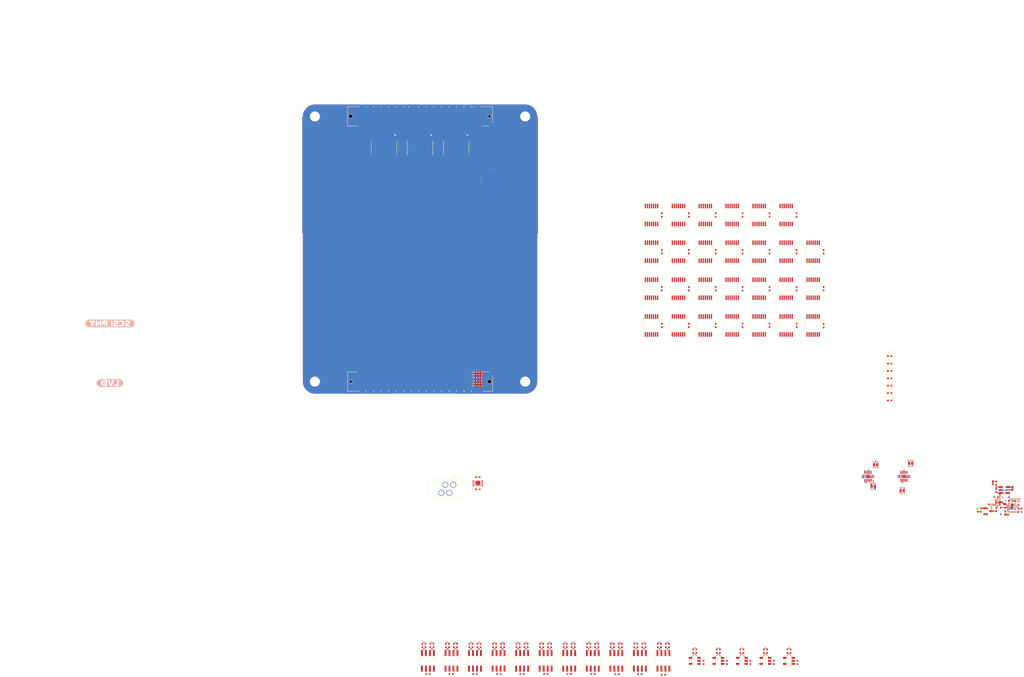
<source format=kicad_pcb>
(kicad_pcb (version 20240108) (generator "pcbnew") (generator_version "8.0")
  (title_block (title "Squishy - LVD PHY ") (date "2024-06-14") (rev "1") (company "Shrine Maiden Heavy Industries") (comment 1 "License: CERN-OHL-S") (comment 2 "© 2024 Aki 'lethalbit' Van Ness, et. al.") (comment 3 "No warranty expressed or implied") (comment 4 "Squishy - SCSI Multitool"))
  (layers (0 "F.Cu" signal) (1 "In1.Cu" signal) (2 "In2.Cu" signal) (3 "In3.Cu" signal) (4 "In4.Cu" signal) (31 "B.Cu" signal) (34 "B.Paste" user) (35 "F.Paste" user) (36 "B.SilkS" user "B.Silkscreen") (37 "F.SilkS" user "F.Silkscreen") (38 "B.Mask" user) (39 "F.Mask" user) (44 "Edge.Cuts" user))
  (net 0 "")
  (net 1 "GND")
  (net 4 "/PHY.RST_DIR")
  (net 5 "/PHY.DB13")
  (net 6 "/PHY.ID_SCL")
  (net 7 "/PHY.DB9")
  (net 8 "/PHY.LS_CTRL4")
  (net 10 "+3V3")
  (net 11 "+5V")
  (net 12 "/PHY.DB14")
  (net 13 "/PHY.DB5")
  (net 14 "/PHY.LS_CTRL2")
  (net 15 "/PHY.DB8")
  (net 19 "/PHY.DB3")
  (net 20 "/PHY.DB2")
  (net 21 "/PHY.LS_CTRL5")
  (net 22 "/PHY.BSY")
  (net 23 "/PHY.DBH_DIR")
  (net 25 "/PHY.ATN")
  (net 26 "/PHY.DBL_DIR")
  (net 27 "/PHY.TERMPW_EN")
  (net 28 "/PHY.ACK")
  (net 29 "/PHY.DB15")
  (net 30 "/PHY.DB1")
  (net 31 "/PHY.MSG")
  (net 32 "/PHY.ID_SDA")
  (net 33 "/PHY.LS_CTRL0")
  (net 36 "/PHY.LS_CTRL3")
  (net 37 "/PHY.I{slash}O")
  (net 38 "/PHY.DB11")
  (net 39 "/PHY.BSY_DIR")
  (net 40 "/PHY.~{PHY_PRSNT}")
  (net 41 "/PHY.RST")
  (net 42 "/PHY.DB0")
  (net 43 "/PHY.DB7")
  (net 45 "/PHY.REQ")
  (net 46 "/PHY.SEL_DIR")
  (net 47 "/PHY.INIT_DIR")
  (net 48 "/PHY.DB12")
  (net 49 "/PHY.DB10")
  (net 50 "/PHY.DB6")
  (net 51 "/PHY.SEL")
  (net 53 "/PHY.DP0")
  (net 54 "/PHY.DP1")
  (net 55 "/PHY.DB4")
  (net 57 "/PHY.C{slash}D")
  (net 58 "/PHY.TRGT_DIR")
  (net 59 "/CON.DP14+")
  (net 60 "/CON.C{slash}D+")
  (net 61 "/CON.DB10-")
  (net 62 "/CON.DB4-")
  (net 63 "/CON.ACK+")
  (net 64 "/CON.TERMPWR")
  (net 65 "/CON.DP1+")
  (net 66 "/CON.BSY-")
  (net 67 "/CON.RST-")
  (net 68 "/CON.DB2-")
  (net 69 "/CON.BSY+")
  (net 70 "/CON.DB5+")
  (net 71 "/CON.ATN-")
  (net 72 "/CON.DP0+")
  (net 73 "/CON.SEL+")
  (net 74 "/CON.ATN+")
  (net 75 "/CON.DB9-")
  (net 76 "/CON.SEL-")
  (net 77 "/CON.DB9+")
  (net 78 "/CON.DB0-")
  (net 79 "/CON.DB11+")
  (net 80 "/CON.DB7+")
  (net 81 "/CON.DP1-")
  (net 82 "/CON.DB5-")
  (net 83 "/CON.REQ-")
  (net 84 "/CON.DB1-")
  (net 85 "/CON.DB13+")
  (net 86 "/CON.REQ+")
  (net 87 "/CON.DB3-")
  (net 88 "/CON.DB8+")
  (net 89 "/CON.DB13-")
  (net 90 "/CON.DB15-")
  (net 91 "/CON.MSG+")
  (net 92 "/CON.DB11-")
  (net 93 "/CON.DP12+")
  (net 94 "/CON.DB3+")
  (net 95 "/CON.ACK-")
  (net 96 "/CON.DIFFSENSE")
  (net 97 "/CON.I{slash}O+")
  (net 98 "/CON.I{slash}O-")
  (net 99 "/CON.DB4+")
  (net 100 "/CON.DB15+")
  (net 101 "/CON.DB6-")
  (net 102 "/CON.DP14-")
  (net 103 "/CON.RST+")
  (net 104 "/CON.DB8-")
  (net 105 "/CON.DB10+")
  (net 106 "/CON.MSG-")
  (net 107 "/CON.DB6+")
  (net 108 "/CON.C{slash}D-")
  (net 109 "/CON.DB7-")
  (net 110 "/CON.DP12-")
  (net 111 "/CON.DB1+")
  (net 112 "/CON.DP0-")
  (net 113 "/CON.DB2+")
  (net 114 "/CON.DB0+")
  (net 117 "/PHY.LS_CTRL1")
  (net 122 "Net-(U1-E0)")
  (net 123 "/Transceivers/DB0E+")
  (net 124 "/Transceivers/DB0E-")
  (net 125 "/Transceivers/DB1E+")
  (net 126 "/Transceivers/DB1E-")
  (net 127 "/Transceivers/DB2E+")
  (net 128 "/Transceivers/DB2E-")
  (net 129 "/Transceivers/DB7E+")
  (net 130 "/Transceivers/DB7E-")
  (net 131 "/Transceivers/DB5E+")
  (net 132 "/Transceivers/DB5E-")
  (net 133 "/Transceivers/DB6E+")
  (net 134 "/Transceivers/DB6E-")
  (net 135 "/Transceivers/DB12E+")
  (net 136 "/Transceivers/DB12E-")
  (net 137 "/Transceivers/DP1E+")
  (net 138 "/Transceivers/DP1E-")
  (net 139 "/Transceivers/DB10E+")
  (net 140 "/Transceivers/DB10E-")
  (net 141 "/Transceivers/DB11E+")
  (net 142 "/Transceivers/DB11E-")
  (net 143 "/Transceivers/DB15E+")
  (net 144 "/Transceivers/DB15E-")
  (net 145 "/Transceivers/DP0E+")
  (net 146 "/Transceivers/DP0E-")
  (net 147 "/Transceivers/ACKE+")
  (net 148 "/Transceivers/ACKE-")
  (net 149 "/Transceivers/RSTE+")
  (net 150 "/Transceivers/RSTE-")
  (net 151 "/Transceivers/DB3E+")
  (net 152 "/Transceivers/DB3E-")
  (net 153 "/Transceivers/DB4E+")
  (net 154 "/Transceivers/DB4E-")
  (net 155 "/Transceivers/DB8E+")
  (net 156 "/Transceivers/DB13E+")
  (net 157 "/Transceivers/ATNE+")
  (net 158 "/Transceivers/SELE+")
  (net 159 "/Transceivers/MSGE+")
  (net 160 "/Transceivers/REQE+")
  (net 161 "/Transceivers/DB8E-")
  (net 162 "/Transceivers/DB13E-")
  (net 163 "/Transceivers/ATNE-")
  (net 164 "/Transceivers/SELE-")
  (net 165 "/Transceivers/MSGE-")
  (net 166 "/Transceivers/REQE-")
  (net 167 "/Transceivers/DB9E+")
  (net 168 "/Transceivers/DB14E+")
  (net 169 "/Transceivers/BSYE+")
  (net 170 "/Transceivers/C{slash}DE+")
  (net 171 "/Transceivers/I{slash}OE+")
  (net 172 "/Transceivers/DB9E-")
  (net 173 "/Transceivers/DB14E-")
  (net 174 "/Transceivers/BSYE-")
  (net 175 "/Transceivers/C{slash}DE-")
  (net 176 "/Transceivers/I{slash}OE-")
  (net 177 "/CON.DB12+")
  (net 178 "/CON.DB12-")
  (net 179 "/CON.DB14+")
  (net 180 "/CON.DB14-")
  (net 181 "/Transceivers/TRGT_EMPH_EN")
  (net 182 "/Transceivers/DBH_EMP_PWR")
  (net 183 "/Transceivers/DBL_EMP_PWR")
  (net 184 "/Transceivers/INIT_EMPH_EN")
  (net 185 "/Transceivers/DBL_EMPH_EN")
  (net 186 "/Transceivers/DBH_EMPH_EN")
  (net 187 "/Transceivers/RST_EMPH_EN")
  (net 188 "/Transceivers/BSY_EMPH_EN")
  (net 189 "/Transceivers/SEL_EMPH_EN")
  (net 190 "/Transceivers/DBH_PWR")
  (net 191 "/Transceivers/DBH_EN")
  (net 192 "Net-(JP1-A)")
  (net 193 "/Transceivers/RST_EMP_PWR")
  (net 194 "/Transceivers/SEL_EMP_PWR")
  (net 195 "/Transceivers/INIT_EMP_PWR")
  (net 196 "/Transceivers/TRGT_EMP_PWR")
  (net 197 "/Transceivers/BSY_EMP_PWR")
  (net 252 "Net-(D1-K)")
  (net 253 "Net-(JP2-A)")
  (net 254 "Net-(JP3-A)")
  (net 255 "Net-(JP4-A)")
  (net 256 "Net-(Q5B-G)")
  (net 257 "Net-(Q5A-S)")
  (net 258 "Net-(Q6-D)")
  (net 259 "Net-(Q6-G)")
  (net 260 "Net-(U39B--)")
  (net 261 "/~{SE}")
  (net 262 "/~{HVD}")
  (net 263 "Net-(U21-+)")
  (net 264 "Net-(U38A-REG)")
  (net 265 "Net-(U50A-REG)")
  (net 266 "Net-(U51A-REG)")
  (net 267 "Net-(U38A-DIFFB)")
  (footprint "rhais_package-qfn:DHVQFN-14-1EP_2.5x3mm_P0.5mm_EP1x1.5mm" (layer "F.Cu") (at 290.15 166.2)
    (property "Reference" "U32")
    (property "Value" "~" (hide yes))
  )
  (footprint "Package_SO:TSSOP-14_4.4x5mm_P0.65mm" (layer "F.Cu") (at 272.7 106.4 90)
    (property "Reference" "U22")
    (property "Value" "SN65LVDS180-Q1" (hide yes))
  )
  (footprint "rhais_rcl:C0402" (layer "F.Cu") (at 179.225 220.1 90)
    (property "Reference" "C5")
    (property "Value" "3p" (hide yes))
  )
  (footprint "rhais_rcl:C0402" (layer "F.Cu") (at 163.7 60.3 90)
    (property "Reference" "C29")
    (property "Value" "4u7" (hide yes))
  )
  (footprint "rhais_rcl:C0402" (layer "F.Cu") (at 224.5 82.9 90)
    (property "Reference" "C95")
    (property "Value" "1u" (hide yes))
  )
  (footprint "rhais_rcl:R0402" (layer "F.Cu") (at 297.05 139.65)
    (property "Reference" "R57")
    (property "Value" "10k" (hide yes))
  )
  (footprint "pkl_jumpers:J_NC_0402_30" (layer "F.Cu") (at 334.35 178.4)
    (property "Reference" "JP2")
    (property "Value" "PWR_JMPR" (hide yes))
  )
  (footprint "lethalbit-connectors:1014457-10x80xLF" (layer "F.Cu") (at 147.5 136)
    (property "Reference" "J1" (hide yes))
    (property "Value" "SCSI PHY Mezz" (hide yes))
  )
  (footprint "Package_SON:WSON-8-1EP_2x2mm_P0.5mm_EP0.9x1.6mm" (layer "F.Cu") (at 336 175.8)
    (property "Reference" "U39" (hide yes))
    (property "Value" "LM2903" (hide yes))
  )
  (footprint "MountingHole:MountingHole_3.2mm_M3_Pad" (layer "F.Cu") (at 114 51.5)
    (property "Reference" "H1" (hide yes))
    (property "Value" "MountingHole" (hide yes))
  )
  (footprint "rhais_rcl:C0402" (layer "F.Cu") (at 157.4 229.2)
    (property "Reference" "C111")
    (property "Value" "1u" (hide yes))
  )
  (footprint "rhais_package-smd:SOT-23-5" (layer "F.Cu") (at 250 225 180)
    (property "Reference" "U48")
    (property "Value" "~" (hide yes))
  )
  (footprint "lethalbit-so:SOT1118-3" (layer "F.Cu") (at 331.5 174.45 180)
    (property "Reference" "Q5")
    (property "Value" "PMDPB58UPE,115" (hide yes))
  )
  (footprint "rhais_rcl:C0402" (layer "F.Cu") (at 250.2 118.1 90)
    (property "Reference" "C14")
    (property "Value" "1u" (hide yes))
  )
  (footprint "Package_SO:TSSOP-14_4.4x5mm_P0.65mm" (layer "F.Cu") (at 272.7 118.1 90)
    (property "Reference" "U11")
    (property "Value" "SN65LVDS180-Q1" (hide yes))
  )
  (footprint "rhais_rcl:C0402" (layer "F.Cu") (at 204.275 220.1 90)
    (property "Reference" "C19")
    (property "Value" "3p" (hide yes))
  )
  (footprint "rhais_rcl:C0402" (layer "F.Cu") (at 180.775 220.1 90)
    (property "Reference" "C2")
    (property "Value" "3p" (hide yes))
  )
  (footprint "Package_SO:SOIC-8_3.9x4.9mm_P1.27mm" (layer "F.Cu") (at 202.5 225 90)
    (property "Reference" "U24")
    (property "Value" "FIN1027A" (hide yes))
  )
  (footprint "rhais_rcl:C0402" (layer "F.Cu") (at 224.5 106.4 90)
    (property "Reference" "C28")
    (property "Value" "1u" (hide yes))
  )
  (footprint "Package_SO:TSSOP-14_4.4x5mm_P0.65mm" (layer "F.Cu") (at 229.8 106.4 90)
    (property "Reference" "U14")
    (property "Value" "SN65LVDS180-Q1" (hide yes))
  )
  (footprint "rhais_rcl:C0402" (layer "F.Cu") (at 218.275 220.1 90)
    (property "Reference" "C62")
    (property "Value" "3p" (hide yes))
  )
  (footprint "rhais_rcl:C0402" (layer "F.Cu") (at 174.275 220.1 90)
    (property "Reference" "C10")
    (property "Value" "3p" (hide yes))
  )
  (footprint "MountingHole:MountingHole_3.2mm_M3_Pad" (layer "F.Cu") (at 181 51.5)
    (property "Reference" "H2" (hide yes))
    (property "Value" "MountingHole" (hide yes))
  )
  (footprint "Package_SO:TSSOP-14_4.4x5mm_P0.65mm" (layer "F.Cu") (at 238.35 82.9 90)
    (property "Reference" "U43")
    (property "Value" "SN65LVDS180-Q1" (hide yes))
  )
  (footprint "rhais_rcl:C0402" (layer "F.Cu") (at 276 106.4 90)
    (property "Reference" "C49")
    (property "Value" "1u" (hide yes))
  )
  (footprint "rhais_rcl:C0402" (layer "F.Cu") (at 159.275 220.1 90)
    (property "Reference" "C38")
    (property "Value" "3p" (hide yes))
  )
  (footprint "Package_SO:TSSOP-14_4.4x5mm_P0.65mm" (layer "F.Cu") (at 238.35 118.1 90)
    (property "Reference" "U5")
    (property "Value" "SN65LVDS180-Q1" (hide yes))
  )
  (footprint "rhais_rcl:R0402" (layer "F.Cu") (at 339.1 177 -90)
    (property "Reference" "R62")
    (property "Value" "100k" (hide yes))
  )
  (footprint "rhais_package-smd:SOT-23-5" (layer "F.Cu") (at 257.5 225 180)
    (property "Reference" "U41")
    (property "Value" "~" (hide yes))
  )
  (footprint "Package_SO:TSSOP-14_4.4x5mm_P0.65mm" (layer "F.Cu") (at 229.8 118.1 90)
    (property "Reference" "U4")
    (property "Value" "SN65LVDS180-Q1" (hide yes))
  )
  (footprint "rhais_rcl:C0402" (layer "F.Cu") (at 250.2 94.6 90)
    (property "Reference" "C91")
    (property "Value" "1u" (hide yes))
  )
  (footprint "Package_SO:TSSOP-14_4.4x5mm_P0.65mm" (layer "F.Cu") (at 238.35 94.6 90)
    (property "Reference" "U26")
    (property "Value" "SN65LVDS180-Q1" (hide yes))
  )
  (footprint "rhais_rcl:R0402" (layer "F.Cu") (at 297.05 127.9)
    (property "Reference" "R52")
    (property "Value" "10k" (hide yes))
  )
  (footprint "rhais_rcl:C0402" (layer "F.Cu") (at 258.8 106.4 90)
    (property "Reference" "C42")
    (property "Value" "1u" (hide yes))
  )
  (footprint "Package_SO:SOIC-8_3.9x4.9mm_P1.27mm" (layer "F.Cu") (at 210 225 90)
    (property "Reference" "U18")
    (property "Value" "FIN1027A" (hide yes))
  )
  (footprint "rhais_rcl:C0402" (layer "F.Cu") (at 165 229.2)
    (property "Reference" "C109")
    (property "Value" "1u" (hide yes))
  )
  (footprint "rhais_rcl:C0402" (layer "F.Cu") (at 188.275 220.1 90)
    (property "Reference" "C30")
    (property "Value" "3p" (hide yes))
  )
  (footprint "lethalbit-so:SOT1118-3" (layer "F.Cu") (at 301.05 170.75)
    (property "Reference" "Q2")
    (property "Value" "PMDPB58UPE,115" (hide yes))
  )
  (footprint "rhais_package-smd:SOT-23-5" (layer "F.Cu") (at 265 225 180)
    (property "Reference" "U40")
    (property "Value" "~" (hide yes))
  )
  (footprint "Package_SO:TSSOP-14_4.4x5mm_P0.65mm" (layer "F.Cu") (at 221.2 94.6 90)
    (property "Reference" "U23")
    (property "Value" "SN65LVDS180-Q1" (hide yes))
  )
  (footprint "rhais_rcl:R0402" (layer "F.Cu") (at 297.05 130.25)
    (property "Reference" "R53")
    (property "Value" "10k" (hide yes))
  )
  (footprint "Package_SO:TSSOP-14_4.4x5mm_P0.65mm" (layer "F.Cu") (at 229.8 94.6 90)
    (property "Reference" "U25")
    (property "Value" "SN65LVDS180-Q1" (hide yes))
  )
  (footprint "Package_SO:TSSOP-24_4.4x7.8mm_P0.65mm" (layer "F.Cu") (at 159 61.5 -90)
    (property "Reference" "U38" (hide yes))
    (property "Value" "UCC5640PW24" (hide yes))
  )
  (footprint "rhais_rcl:C0402" (layer "F.Cu") (at 150 229.2)
    (property "Reference" "C108")
    (property "Value" "1u" (hide yes))
  )
  (footprint "rhais_rcl:C0402" (layer "F.Cu") (at 166.775 220.1 90)
    (property "Reference" "C54")
    (property "Value" "3p" (hide yes))
  )
  (footprint "rhais_rcl:C0402" (layer "F.Cu") (at 217.5 229.25)
    (property "Reference" "C15")
    (property "Value" "1u" (hide yes))
  )
  (footprint "pkl_jumpers:J_NC_0402_30" (layer "F.Cu") (at 329.975001 168.224999 -90)
    (property "Reference" "JP3")
    (property "Value" "PWR_JMPR" (hide yes))
  )
  (footprint "rhais_rcl:C0402" (layer "F.Cu") (at 267.4 82.9 90)
    (property "Reference" "C103")
    (property "Value" "1u" (hide yes))
  )
  (footprint "rhais_package-smd:SOT-23-5" (layer "F.Cu") (at 235 225 180)
    (property "Reference" "U46")
    (property "Value" "~" (hide yes))
  )
  (footprint "rhais_rcl:C0402" (layer "F.Cu") (at 202.6 229.2)
    (property "Reference" "C110")
    (property "Value" "1u" (hide yes))
  )
  (footprint "rhais_rcl:C0402" (layer "F.Cu") (at 258.8 94.6 90)
    (property "Reference" "C92")
    (property "Value" "1u" (hide yes))
  )
  (footprint "rhais_rcl:R0402" (layer "F.Cu") (at 297.05 142)
    (property "Reference" "R58")
    (property "Value" "10k" (hide yes))
  )
  (footprint "rhais_rcl:R0402" (layer "F.Cu") (at 338.1 174.7 90)
    (property "Reference" "R63")
    (property "Value" "10k" (hide yes))
  )
  (footprint "rhais_rcl:C0402" (layer "F.Cu") (at 250.2 82.9 90)
    (property "Reference" "C100")
    (property "Value" "1u" (hide yes))
  )
  (footprint "rhais_rcl:C0402" (layer "F.Cu") (at 237.8 225.5 90)
    (property "Reference" "C78")
    (property "Value" "1u" (hide yes))
  )
  (footprint "Package_SO:SOIC-8_3.9x4.9mm_P1.27mm" (layer "F.Cu") (at 180 225 90)
    (property "Reference" "U3")
    (property "Value" "FIN1027A" (hide yes))
  )
  (footprint "Package_SO:TSSOP-14_4.4x5mm_P0.65mm" (layer "F.Cu") (at 221.2 106.4 90)
    (property "Reference" "U13")
    (property "Value" "SN65LVDS180-Q1" (hide yes))
  )
  (footprint "Package_SO:TSSOP-14_4.4x5mm_P0.65mm" (layer "F.Cu") (at 246.9 106.4 90)
    (property "Reference" "U17")
    (property "Value" "SN65LVDS180-Q1" (hide yes))
  )
  (footprint "rhais_rcl:C0402" (layer "F.Cu") (at 155.725 220.1 90)
    (property "Reference" "C75")
    (property "Value" "3p" (hide yes))
  )
  (footprint "rhais_rcl:C0402" (layer "F.Cu") (at 241.65 118.1 90)
    (property "Reference" "C13")
    (property "Value" "1u" (hide yes))
  )
  (footprint "rhais_rcl:C0402" (layer "F.Cu") (at 215.725 220.1 90)
    (property "Reference" "C77")
    (property "Value" "3p" (hide yes))
  )
  (footprint "rhais_rcl:C0402" (layer "F.Cu") (at 186.725 220.1 90)
    (property "Reference" "C33")
    (property "Value" "3p" (hide yes))
  )
  (footprint "PCM_kikit:Tab" (layer "F.Cu") (at 185.25 126.25 180)
    (property "Reference" "REF**" (hide yes))
    (property "Value" "Tab" (hide yes))
  )
  (footprint "Package_SO:TSSOP-14_4.4x5mm_P0.65mm" (layer "F.Cu") (at 246.9 118.1 90)
    (property "Reference" "U7")
    (property "Value" "SN65LVDS180-Q1" (hide yes))
  )
  (footprint "rhais_rcl:C0402" (layer "F.Cu") (at 189.275 220.1 90)
    (property "Reference" "C31")
    (property "Value" "3p" (hide yes))
  )
  (footprint "rhais_rcl:C0402" (layer "F.Cu") (at 226.75 220.1 90)
    (property "Reference" "C68")
    (property "Value" "3p" (hide yes))
  )
  (footprint "rhais_rcl:C0402" (layer "F.Cu") (at 195 229.2)
    (property "Reference" "C50")
    (property "Value" "1u" (hide yes))
  )
  (footprint "rhais_rcl:C0402" (layer "F.Cu") (at 181.775 220.1 90)
    (property "Reference" "C3")
    (property "Value" "3p" (hide yes))
  )
  (footprint "rhais_rcl:C0402" (layer "F.Cu") (at 170.725 220.1 90)
    (property "Reference" "C51")
    (property "Value" "3p" (hide yes))
  )
  (footprint "rhais_rcl:C0402" (layer "F.Cu") (at 258.8 118.1 90)
    (property "Reference" "C20")
    (property "Value" "1u" (hide yes))
  )
  (footprint "rhais_rcl:C0402" (layer "F.Cu") (at 241.65 94.6 90)
    (property "Reference" "C90")
    (property "Value" "1u" (hide yes))
  )
  (footprint "rhais_rcl:C0402" (layer "F.Cu") (at 210.25 229.25)
    (property "Reference" "C43")
    (property "Value" "1u" (hide yes))
  )
  (footprint "Package_SO:TSSOP-14_4.4x5mm_P0.65mm" (layer "F.Cu") (at 221.2 118.1 90)
    (property "Reference" "U2")
    (property "Value" "SN65LVDS180-Q1" (hide yes))
  )
  (footprint "PCM_kikit:Tab" (layer "F.Cu") (at 174 140.25 90)
    (property "Reference" "REF**" (hide yes))
    (property "Value" "Tab" (hide yes))
  )
  (footprint "rhais_rcl:C0402" (layer "F.Cu") (at 171.725 220.1 90)
    (property "Reference" "C52")
    (property "Value" "3p" (hide yes))
  )
  (footprint "Package_SO:TSSOP-14_4.4x5mm_P0.65mm" (layer "F.Cu") (at 264.1 118.1 90)
    (property "Reference" "U10")
    (property "Value" "SN65LVDS180-Q1" (hide yes))
  )
  (footprint "rhais_rcl:C0402" (layer "F.Cu") (at 224.225 220.1 90)
    (property "Reference" "C45")
    (property "Value" "3p" (hide yes))
  )
  (footprint "rhais_rcl:R0402" (layer "F.Cu") (at 331 176.75 90)
    (property "Reference" "R70")
    (property "Value" "10k" (hide yes))
  )
  (footprint "rhais_rcl:C0402" (layer "F.Cu") (at 211.775 220.1 90)
    (property "Reference" "C87")
    (property "Value" "3p" (hide yes))
  )
  (footprint "rhais_rcl:C0402" (layer "F.Cu") (at 233.1 118.1 90)
    (property "Reference" "C7")
    (property "Value" "1u" (hide yes))
  )
  (footprint "rhais_rcl:C0402" (layer "F.Cu") (at 165.9 170.35)
    (property "Reference" "C1")
    (property "Value" "100n" (hide yes))
  )
  (footprint "rhais_rcl:C0402" (layer "F.Cu") (at 264.5 221.9 90)
    (property "Reference" "C76")
    (property "Value" "3p" (hide yes))
  )
  (footprint "rhais_rcl:C0402" (layer "F.Cu") (at 158.275 220.1 90)
    (property "Reference" "C37")
    (property "Value" "3p" (hide yes))
  )
  (footprint "rhais_rcl:C0402" (layer "F.Cu") (at 173.275 220.1 90)
    (property "Reference" "C9")
    (property "Value" "3p" (hide yes))
  )
  (footprint "rhais_rcl:C0402" (layer "F.Cu") (at 148.225 220.1 90)
    (property "Reference" "C59")
    (property "Value" "3p" (hide yes))
  )
  (footprint "rhais_rcl:C0402" (layer "F.Cu") (at 149.225 220.1 90)
    (property "Reference" "C67")
    (property "Value" "3p" (hide yes))
  )
  (footprint "rhais_rcl:C0402" (layer "F.Cu") (at 224.5 94.6 90)
    (property "Reference" "C55")
    (property "Value" "1u" (hide yes))
  )
  (footprint "lethalbit-so:SOT1118-3" (layer "F.Cu") (at 291.8 169.35)
    (property "Reference" "Q1")
    (property "Value" "PMDPB58UPE,115" (hide yes))
  )
  (footprint "Package_SO:SOIC-8_3.9x4.9mm_P1.27mm" (layer "F.Cu") (at 157.5 225 90)
    (property "Reference" "U12")
    (property "Value" "FIN1027A" (hide yes))
  )
  (footprint "rhais_rcl:R0402" (layer "F.Cu") (at 297.05 132.6)
    (property "Reference" "R54")
    (property "Value" "10k" (hide yes))
  )
  (footprint "Package_SO:TSSOP-14_4.4x5mm_P0.65mm" (layer "F.Cu") (at 255.5 106.4 90)
    (property "Reference" "U19")
    (property "Value" "SN65LVDS180-Q1" (hide yes))
  )
  (footprint "rhais_rcl:C0402" (layer "F.Cu") (at 276 94.6 90)
    (property "Reference" "C94")
    (property "Value" "1u" (hide yes))
  )
  (footprint "rhais_rcl:C0402" (layer "F.Cu") (at 234.5 221.9 90)
    (property "Reference" "C25")
    (property "Value" "3p" (hide yes))
  )
  (footprint "rhais_rcl:C0402" (layer "F.Cu") (at 196.775 220.1 90)
    (property "Reference" "C66")
    (property "Value" "3p" (hide yes))
  )
  (footprint "rhais_rcl:R0402" (layer "F.Cu") (at 330.975001 168.4 -90)
    (property "Reference" "R66")
    (property "Value" "175k" (hide yes))
  )
  (footprint "Package_SO:TSSOP-24_4.4x7.8mm_P0.65mm" (layer "F.Cu") (at 136 61.5 -90)
    (property "Reference" "U51" (hide yes))
    (property "Value" "UCC5640PW24" (hide yes))
  )
  (footprint "rhais_rcl:R0402" (layer "F.Cu") (at 335.05 173.4 90)
    (property "Reference" "R64")
    (property "Value" "10k" (hide yes))
  )
  (footprint "Package_SO:TSSOP-14_4.4x5mm_P0.65mm" (layer "F.Cu") (at 255.5 82.9 90)
    (property "Reference" "U45")
    (property "Value" "SN65LVDS180-Q1" (hide yes))
  )
  (footprint "Package_SO:TSSOP-14_4.4x5mm_P0.65mm" (layer "F.Cu") (at 246.9 94.6 90)
    (property "Reference" "U27")
    (property "Value" "SN65LVDS180-Q1" (hide yes))
  )
  (footprint "pkl_jumpers:J_NC_0402_30" (layer "F.Cu") (at 336.125001 170.05 -90)
    (property "Reference" "JP4")
    (property "Value" "PWR_JMPR" (hide yes))
  )
  (footprint "rhais_rcl:R0402" (layer "F.Cu") (at 325.1 176.95 -90)
    (property "Reference" "R69")
    (property "Value" "10k" (hide yes))
  )
  (footprint "rhais_rcl:C0402" (layer "F.Cu") (at 164.225 220.1 90)
    (property "Reference" "C17")
    (property "Value" "3p" (hide yes))
  )
  (footprint "rhais_rcl:C0402" (layer "F.Cu") (at 156.725 220.1 90)
    (property "Reference" "C83")
    (property "Value" "3p" (hide yes))
  )
  (footprint "rhais_rcl:R0402" (layer "F.Cu") (at 297.05 134.95)
    (property "Reference" "R55")
    (property "Value" "10k" (hide yes))
  )
  (footprint "rhais_rcl:R0402" (layer "F.Cu") (at 297.05 137.3)
    (property "Reference" "R56")
    (property "Value" "10k" (hide yes))
  )
  (footprint "rhais_rcl:C0402" (layer "F.Cu") (at 178.225 220.1 90)
    (property "Reference" "C4")
    (property "Value" "3p" (hide yes))
  )
  (footprint "rhais_rcl:R0402" (layer "F.Cu") (at 330.95 172.8 180)
    (property "Reference" "R67")
    (property "Value" "10k" (hide yes))
  )
  (footprint "rhais_rcl:C0402" (layer "F.Cu") (at 180 229.2)
    (property "Reference" "C106")
    (property "Value" "1u" (hide yes))
  )
  (footprint "rhais_rcl:R0402" (layer "F.Cu") (at 330.975001 170.7 -90)
    (property "Reference" "R65")
    (property "Value" "100k" (hide yes))
  )
  (footprint "rhais_rcl:C0402" (layer "F.Cu") (at 276 118.2 90)
    (property "Reference" "C27")
    (property "Value" "1u" (hide yes))
  )
  (footprint "rhais_rcl:C0402" (layer "F.Cu") (at 242 221.9 90)
    (property "Reference" "C46")
    (property "Value" "3p" (hide yes))
  )
  (footprint "rhais_rcl:C0402" (layer "F.Cu") (at 233.1 82.9 90)
    (property "Reference" "C98")
    (property "Value" "1u" (hide yes))
  )
  (footprint "PCM_kikit:Tab" (layer "F.Cu") (at 121.000001 47.25 -90)
    (property "Reference" "REF**" (hide yes))
    (property "Value" "Tab" (hide yes))
  )
  (footprint "rhais_rcl:C0402" (layer "F.Cu") (at 201.725 220.1 90)
    (property "Reference" "C12")
    (property "Value" "3p" (hide yes))
  )
  (footprint "Package_SO:TSSOP-14_4.4x5mm_P0.65mm" (layer "F.Cu") (at 246.9 82.9 90)
    (property "Reference" "U44")
    (property "Value" "SN65LVDS180-Q1" (hide yes))
  )
  (footprint "rhais_package-smd:SOT-23-5" (layer "F.Cu") (at 242.5 225 180)
    (property "Reference" "U49")
    (property "Value" "~" (hide yes))
  )
  (footprint "rhais_rcl:C0402" (layer "F.Cu") (at 252.7 225.5 90)
    (property "Reference" "C80")
    (property "Value" "1u" (hide yes))
  )
  (footprint "MountingHole:MountingHole_3.2mm_M3_Pad" (layer "F.Cu") (at 181 136)
    (property "Reference" "H4" (hide yes))
    (property "Value" "MountingHole" (hide yes))
  )
  (footprint "rhais_rcl:C0402" (layer "F.Cu") (at 219.275 220.1 90)
    (property "Reference" "C70")
    (property "Value" "3p" (hide yes))
  )
  (footprint "rhais_rcl:C0402" (layer "F.Cu") (at 223.225 220.1 90)
    (property "Reference" "C44")
    (property "Value" "3p" (hide yes))
  )
  (footprint "rhais_rcl:C0402" (layer "F.Cu") (at 241.65 106.4 90)
    (property "Reference" "C35")
    (property "Value" "1u" (hide yes))
  )
  (footprint "PCM_kikit:Tab" (layer "F.Cu") (at 109.7 126.25)
    (property "Reference" "REF**" (hide yes))
    (property "Value" "Tab" (hide yes))
  )
  (footprint "pkl_connectors_wuerth:490107670412-d" (layer "F.Cu") (at 158.1 168.9)
    (property "Reference" "J3")
    (property "Value" "Conn_01x04")
  )
  (footprint "Package_SO:TSSOP-14_4.4x5mm_P0.65mm" (layer "F.Cu") (at 221.2 82.9 90)
    (property "Reference" "U31")
    (property "Value" "SN65LVDS180-Q1" (hide yes))
  )
  (footprint "Package_TO_SOT_SMD:SOT-23-5" (layer "F.Cu") (at 333.575001 170.55)
    (property "Reference" "U21" (hide yes))
    (property "Value" "LM321" (hide yes))
  )
  (footprint "Package_SO:TSSOP-14_4.4x5mm_P0.65mm" (layer "F.Cu") (at 272.7 94.6 90)
    (property "Reference" "U30")
    (property "Value" "SN65LVDS180-Q1" (hide yes))
  )
  (footprint "Package_SO:TSSOP-14_4.4x5mm_P0.65mm" (layer "F.Cu") (at 264.1 82.9 90)
    (property "Reference" "U47")
    (property "Value" "SN65LVDS180-Q1" (hide yes))
  )
  (footprint "rhais_rcl:C0402" (layer "F.Cu") (at 194.225 220.1 90)
    (property "Reference" "C82")
    (property "Value" "3p" (hide yes))
  )
  (footprint "Package_SO:TSSOP-14_4.4x5mm_P0.65mm" (layer "F.Cu") (at 264.1 94.6 90)
    (property "Reference" "U29")
    (property "Value" "SN65LVDS180-Q1" (hide yes))
  )
  (footprint "rhais_rcl:R0402" (layer "F.Cu") (at 167 71)
    (property "Reference" "R75")
    (property "Value" "100k" (hide yes))
  )
  (footprint "rhais_rcl:C0402" (layer "F.Cu") (at 150.775 220.1 90)
    (property "Reference" "C23")
    (property "Value" "3p" (hide yes))
  )
  (footprint "Fiducial:Fiducial_0.75mm_Mask1.5mm" (layer "F.Cu") (at 183.5 112.5)
    (property "Reference" "FID5" (hide yes))
    (property "Value" "Fiducial" (hide yes))
  )
  (footprint "rhais_rcl:C0402" (layer "F.Cu") (at 265.5 221.9 90)
    (property "Reference" "C84")
    (property "Value" "3p" (hide yes))
  )
  (footprint "Package_SO:TSSOP-14_4.4x5mm_P0.65mm" (layer "F.Cu") (at 264.1 106.4 90)
    (property "Reference" "U20")
    (property "Value" "SN65LVDS180-Q1" (hide yes))
  )
  (footprint "Diode_SMD:D_SOD-323" (layer "F.Cu") (at 332.45 177.2 -90)
    (property "Reference" "D1")
    (property "Value" "Vz=2V @ 2%" (hide yes))
  )
  (footprint "rhais_rcl:C0402" (layer "F.Cu") (at 267.4 118.1 90)
    (property "Reference" "C21")
    (property "Value" "1u" (hide yes))
  )
  (footprint "Package_SO:SOIC-8_3.9x4.9mm_P1.27mm" (layer "F.Cu") (at 187.5 225 90)
    (property "Reference" "U35")
    (property "Value" "FIN1027A" (hide yes))
  )
  (footprint "rhais_package-qfn:DHVQFN-14-1EP_2.5x3mm_P0.5mm_EP1x1.5mm" (layer "F.Cu") (at 301.6 166.2)
    (property "Reference" "U33")
    (property "Value" "~" (hide yes))
  )
  (footprint "rhais_rcl:R0402" (layer "F.Cu") (at 326.1 176.95 90)
    (property "Reference" "R68")
    (property "Value" "10k" (hide yes))
  )
  (footprint "rhais_rcl:C0402" (layer "F.Cu") (at 245.2 225.5 90)
    (property "Reference" "C8")
    (property "Value" "1u" (hide yes))
  )
  (footprint "lethalbit-so:SOT1118-3" (layer "F.Cu") (at 303.75 162.05 180)
    (property "Reference" "Q4")
    (property "Value" "PMDPB58UPE,115" (hide yes))
  )
  (footprint "PCM_kikit:Tab" (layer "F.Cu") (at 174 47.25 -90)
    (property "Reference" "REF**" (hide yes))
    (property "Value" "Tab" (hide yes))
  )
  (footprint "rhais_rcl:C0402" (layer "F.Cu") (at 210.775 220.1 90)
    (property "Reference" "C79")
    (property "Value" "3p" (hide yes))
  )
  (footprint "rhais_rcl:C0402" (layer "F.Cu") (at 170.8 68.25)
    (property "Reference" "C89")
    (property "Value" "4u7" (hide yes))
  )
  (footprint "rhais_rcl:C0402" (layer "F.Cu") (at 152.2 60.3 90)
    (property "Reference" "C36")
    (property "Value" "4u7" (hide yes))
  )
  (footprint "PCM_kikit:Tab" (layer "F.Cu") (at 109.7 98.75)
    (property "Reference" "REF**" (hide yes))
    (property "Value" "Tab" (hide yes))
  )
  (footprint "PCM_kikit:Tab" (layer "F.Cu") (at 185.25 98.75 180)
    (property "Reference" "REF**" (hide yes))
    (property "Value" "Tab" (hide yes))
  )
  (footprint "Package_SO:SOIC-8_3.9x4.9mm_P1.27mm" (layer "F.Cu") (at 172.5 225 90)
    (property "Reference" "U6")
    (property "Value" "FIN1027A" (hide yes))
  )
  (footprint "Package_SO:TSSOP-14_4.4x5mm_P0.65mm" (layer "F.Cu") (at 229.8 82.9 90)
    (property "Reference" "U42")
    (property "Value" "SN65LVDS180-Q1" (hide yes))
  )
  (footprint "pkl_jumpers:J_NC_0402_30" (layer "F.Cu") (at 336.65 174.05 180)
    (property "Reference" "JP1")
    (property "Value" "PWR_JMPR" (hide yes))
  )
  (footprint "rhais_rcl:R0402" (layer "F.Cu") (at 333.9 174.45 90)
    (property "Reference" "R61")
    (property "Value" "220k" (hide yes))
  )
  (footprint "rhais_rcl:C0402" (layer "F.Cu") (at 200.725 220.1 90)
    (property "Reference" "C11")
    (property "Value" "3p" (hide yes))
  )
  (footprint "lethalbit-so:SOT1118-3" (layer "F.Cu") (at 292.6 162.5)
    (property "Reference" "Q3")
    (property "Value" "PMDPB58UPE,115" (hide yes))
  )
  (footprint "rhais_rcl:C0402" (layer "F.Cu") (at 195.775 220.1 90)
    (property "Reference" "C58")
    (property "Value" "3p" (hide yes))
  )
  (footprint "rhais_rcl:C0402" (layer "F.Cu") (at 203.275 220.1 90)
    (property "Reference" "C18")
    (property "Value" "3p" (hide yes))
  )
  (footprint "Package_TO_SOT_SMD:SOT-23" (layer "F.Cu") (at 328.55 177.3)
    (property "Reference" "Q6" (hide yes))
    (property "Value" "DMN65D8L-7" (hide yes))
  )
  (footprint "rhais_rcl:C0402" (layer "F.Cu") (at 193.225 220.1 90)
    (property "Reference" "C74")
    (property "Value" "3p" (hide yes))
  )
  (footprint "rhais_rcl:C0402" (layer "F.Cu") (at 267.4 106.4 90)
    (property "Reference" "C48")
    (property "Value" "1u" (hide yes))
  )
  (footprint "Package_SO:SOIC-8_3.9x4.9mm_P1.27mm" (layer "F.Cu") (at 150 225 90)
    (property "Reference" "U15")
    (property "Value" "FIN1027A" (hide yes))
  )
  (footprint "lethalbit-connectors:101445x-10x80xLF" (layer "F.Cu") (at 147.5 51.45 180)
    (property "Reference" "J2" (hide yes))
    (property "Value" "SCSI Connector" (hide yes))
  )
  (footprint "Package_SO:TSSOP-14_4.4x5mm_P0.65mm" (layer "F.Cu") (at 255.5 94.6 90)
    (property "Reference" "U28")
    (property "Value" "SN65LVDS180-Q1" (hide yes))
  )
  (footprint "Package_SO:TSSOP-14_4.4x5mm_P0.65mm" (layer "F.Cu") (at 255.5 118.1 90)
    (property "Reference" "U8")
    (property "Value" "SN65LVDS180-Q1" (hide yes))
  )
  (footprint "Package_SO:SOIC-8_3.9x4.9mm_P1.27mm" (layer "F.Cu") (at 217.5 225 90)
    (property "Reference" "U37")
    (property "Value" "FIN1027A" (hide yes))
  )
  (footprint "rhais_rcl:C0402" (layer "F.Cu") (at 172.6 229.2)
    (property "Reference" "C107")
    (property "Value" "1u" (hide yes))
  )
  (footprint "rhais_rcl:C0402" (layer "F.Cu") (at 165.775 220.1 90)
    (property "Reference" "C53")
    (property "Value" "3p" (hide yes))
  )
  (footprint "rhais_rcl:R0402" (layer "F.Cu") (at 338.1 177 90)
    (property "Reference" "R60")
    (property "Value" "220k" (hide yes))
  )
  (footprint "rhais_rcl:C0402" (layer "F.Cu") (at 250.5 221.9 90)
    (property "Reference" "C40")
    (property "Value" "3p" (hide yes))
  )
  (footprint "Fiducial:Fiducial_0.75mm_Mask1.5mm" (layer "F.Cu") (at 174 51.5)
    (property "Reference" "FID3" (hide yes))
    (property "Value" "Fiducial" (hide yes))
  )
  (footprint "rhais_rcl:C0402" (layer "F.Cu") (at 216.725 220.1 90)
    (property "Reference" "C85")
    (property "Value" "3p" (hide yes))
  )
  (footprint "rhais_rcl:C0402" (layer "F.Cu") (at 163.225 220.1 90)
    (property "Reference" "C16")
    (property "Value" "3p" (hide yes))
  )
  (footprint "rhais_rcl:C0402" (layer "F.Cu") (at 233.1 106.4 90)
    (property "Reference" "C34")
    (property "Value" "1u" (hide yes))
  )
  (footprint "rhais_rcl:C0402" (layer "F.Cu") (at 250.2 106.4 90)
    (property "Reference" "C41")
    (property "Value" "1u" (hide yes))
  )
  (footprint "rhais_rcl:C0402" (layer "F.Cu") (at 185.725 220.1 90)
    (property "Reference" "C32")
    (property "Value" "3p" (hide yes))
  )
  (footprint "rhais_rcl:C0402" (layer "F.Cu") (at 241.65 82.9 90)
    (property "Reference" "C99")
    (property "Value" "1u" (hide yes))
  )
  (footprint "rhais_rcl:C0402" (layer "F.Cu") (at 267.4 94.6 90)
    (property "Reference" "C93")
    (property "Value" "1u" (hide yes))
  )
  (footprint "rhais_rcl:C0402" (layer "F.Cu") (at 243 221.9 90)
    (property "Reference" "C47")
    (property "Value" "3p" (hide yes))
  )
  (footprint "rhais_rcl:C0402" (layer "F.Cu") (at 225.75 220.1 90)
    (property "Reference" "C60")
    (property "Value" "3p" (hide yes))
  )
  (footprint "Package_SO:SOIC-8_3.9x4.9mm_P1.27mm" (layer "F.Cu") (at 165 225 90)
    (property "Reference" "U9")
    (property "Value" "FIN1027A" (hide yes))
  )
  (footprint "Package_SO:SOIC-8_3.9x4.9mm_P1.27mm" (layer "F.Cu") (at 195 225 90)
    (property "Reference" "U34")
    (property "Value" "FIN1027A" (hide yes))
  )
  (footprint "rhais_rcl:C0402" (layer "F.Cu") (at 235.5 221.9 90)
    (property "Reference" "C26")
    (property "Value" "3p" (hide yes))
  )
  (footprint "Fiducial:Fiducial_0.75mm_Mask1.5mm" (layer "F.Cu") (at 121 136)
    (property "Reference" "FID1" (hide yes))
    (property "Value" "Fiducial" (hide yes))
  )
  (footprint "rhais_rcl:C0402" (layer "F.Cu") (at 258 221.9 90)
    (property "Reference" "C69")
    (property "Value" "3p" (hide yes))
  )
  (footprint "rhais_rcl:C0402" (layer "F.Cu") (at 151.775 220.1 90)
    (property "Reference" "C24")
    (property "Value" "3p" (hide yes))
  )
  (footprint "rhais_rcl:C0402" (layer "F.Cu") (at 140.7 60.3 90)
    (property "Reference" "C88")
    (property "Value" "4u7" (hide yes))
  )
  (footprint "rhais_rcl:R0402" (layer "F.Cu") (at 333.9 176.75 90)
    (property "Reference" "R59")
    (property "Value" "300" (hide yes))
  )
  (footprint "rhais_rcl:C0402" (layer "F.Cu") (at 225 229.4)
    (property "Reference" "C22")
    (property "Value" "1u" (hide yes))
  )
  (footprint "rhais_rcl:R0402" (layer "F.Cu") (at 329.2 175.1 180)
    (property "Reference" "R71")
    (property "Value" "10k" (hide yes))
  )
  (footprint "rhais_rcl:C0402" (layer "F.Cu") (at 260.2 225.5 90)
    (property "Reference" "C73")
    (property "Value" "1u" (hide yes))
  )
  (footprint "rhais_rcl:R0402" (layer "F.Cu") (at 165.9 166.45)
    (property "Reference" "R1")
    (property "Value" "10k")
  )
  (footprint "rhais_rcl:C0402" (layer "F.Cu") (at 187.6 229.2)
    (property "Reference" "C57")
    (property "Value" "1u" (hide yes))
  )
  (footprint "lethalbit-memory:ST_UFDFPN-8-1EP_2x3mm_P0.5mm_EP1.6x1.6mm" (layer "F.Cu") (at 165.9 168.4)
    (property "Reference" "U1")
    (property "Value" "M24C02-RMC" (hide yes))
  )
  (footprint "rhais_rcl:C0402" (layer "F.Cu") (at 257 221.9 90)
    (property "Reference" "C61")
    (property "Value" "3p" (hide yes))
  )
  (footprint "Package_SO:SOIC-8_3.9x4.9mm_P1.27mm" (layer "F.Cu") (at 225 225 90)
    (property "Reference" "U36")
    (property "Value" "FIN1027A" (hide yes))
  )
  (footprint "rhais_rcl:C0402" (layer "F.Cu") (at 267.7 225.5 90)
    (property "Reference" "C72")
    (property "Value" "1u" (hide yes))
  )
  (footprint "rhais_rcl:C0402" (layer "F.Cu") (at 258.8 82.9 90)
    (property "Reference" "C101")
    (property "Value" "1u" (hide yes))
  )
  (footprint "rhais_rcl:R0402" (layer "F.Cu") (at 167 72 180)
    (property "Reference" "R74")
    (property "Value" "100k" (hide yes))
  )
  (footprint "MountingHole:MountingHole_3.2mm_M3_Pad" (layer "F.Cu") (at 114 136)
    (property "Reference" "H3" (hide yes))
    (property "Value" "MountingHole" (hide yes))
  )
  (footprint "Package_SO:TSSOP-24_4.4x7.8mm_P0.65mm" (layer "F.Cu") (at 147.5 61.5 -90)
    (property "Reference" "U50" (hide yes))
    (property "Value" "UCC5640PW24" (hide yes))
  )
  (footprint "PCM_kikit:Tab" (layer "F.Cu") (at 121 140.25 90)
    (property "Reference" "REF**" (hide yes))
    (property "Value" "Tab" (hide yes))
  )
  (footprint "rhais_rcl:C0402" (layer "F.Cu") (at 249.5 221.9 90)
    (property "Reference" "C39")
    (property "Value" "3p" (hide yes))
  )
  (footprint "rhais_rcl:C0402" (layer "F.Cu") (at 224.5 118.1 90)
    (property "Reference" "C6")
    (property "Value" "1u" (hide yes))
  )
  (footprint "Package_SO:TSSOP-14_4.4x5mm_P0.65mm" (layer "F.Cu") (at 238.35 106.4 90)
    (property "Reference" "U16")
    (property "Value" "SN65LVDS180-Q1" (hide yes))
  )
  (footprint "rhais_rcl:C0402" (layer "F.Cu") (at 233.1 94.6 90)
    (property "Reference" "C56")
    (property "Value" "1u" (hide yes))
  )
  (footprint "rhais_rcl:C0402" (layer "F.Cu") (at 208.225 220.1 90)
    (property "Reference" "C63")
    (property "Value" "3p" (hide yes))
  )
  (footprint "rhais_rcl:C0402" (layer "F.Cu") (at 209.225 220.1 90)
    (property "Reference" "C71")
    (property "Value" "3p" (hide yes))
  )
  (footprint "rhais_rcl:C0402" (layer "B.Cu") (at 300.7 165.95)
    (property "Reference" "C64")
    (property "Value" "1u" (hide yes))
  )
  (footprint "rhais_rcl:C0402" (layer "B.Cu") (at 333.575001 170.55)
    (property "Reference" "C86")
    (property "Value" "100n" (hide yes))
  )
  (footprint "kibuzzard-66793C11" (layer "B.Cu") (at 48.725 117.475 180)
    (property "Reference" "kibuzzard-66793C11" (hide yes))
    (property "Value" "G***" (hide yes))
  )
  (footprint "rhais_rcl:C0402" (layer "B.Cu") (at 336 175.8 45)
    (property "Reference" "C81")
    (property "Value" "100n" (hide yes))
  )
  (footprint "kibuzzard-66793BD7" (layer "B.Cu") (at 48.725 136.475 180)
    (property "Reference" "kibuzzard-66793BD7" (hide yes))
    (property "Value" "G***" (hide yes))
  )
  (footprint "rhais_rcl:C0402" (layer "B.Cu") (at 289.2 165.95)
    (property "Reference" "C65")
    (property "Value" "1u" (hide yes))
  )
  (gr_line (start 181 47.5) (end 114 47.5) (stroke (width 0.05)) (layer "Edge.Cuts"))
  (gr_line (start 114 140) (end 181 140) (stroke (width 0.05)) (layer "Edge.Cuts"))
  (gr_arc (start 110 51.5) (mid 111.171573 48.671573) (end 114 47.5) (stroke (width 0.05)) (layer "Edge.Cuts"))
  (gr_line (start 185 136) (end 185 89) (stroke (width 0.05)) (layer "Edge.Cuts"))
  (gr_arc (start 185 136) (mid 183.828427 138.828427) (end 181 140) (stroke (width 0.05)) (layer "Edge.Cuts"))
  (gr_arc (start 181 47.5) (mid 183.828427 48.671573) (end 185 51.5) (stroke (width 0.05)) (layer "Edge.Cuts"))
  (gr_line (start 110 136) (end 110 89) (stroke (width 0.05)) (layer "Edge.Cuts"))
  (gr_arc (start 114 140) (mid 111.171573 138.828427) (end 110 136) (stroke (width 0.05)) (layer "Edge.Cuts"))
  (via (at 333.05 172.9) (size 0.45) (drill 0.2) (layers "F.Cu" "B.Cu") (net 0))
  (segment (start 336 176.589226) (end 336.005387 176.594613) (width 0.2) (layer "F.Cu") (net 1))
  (segment (start 336 175.8) (end 336 176.589226) (width 0.2) (layer "F.Cu") (net 1))
  (segment (start 336 174.85) (end 335.997703 174.847703) (width 0.2) (layer "F.Cu") (net 1))
  (segment (start 336 175.8) (end 336 174.85) (width 0.2) (layer "F.Cu") (net 1))
  (segment (start 332.437501 170.55) (end 332.725001 170.55) (width 0.4) (layer "F.Cu") (net 1))
  (segment (start 291.65 166.45) (end 290.65 166.45) (width 0.3) (layer "F.Cu") (net 1))
  (segment (start 335.05 176.55) (end 335.05 176.9) (width 0.2) (layer "F.Cu") (net 1))
  (segment (start 303.1 166.45) (end 302.05 166.45) (width 0.3) (layer "F.Cu") (net 1))
  (via (at 161.5 139) (size 0.5) (drill 0.3) (layers "F.Cu" "B.Cu") (net 1))
  (via (at 163.9 48.45) (size 0.5) (drill 0.3) (layers "F.Cu" "B.Cu") (net 1))
  (via (at 161.5 48.45) (size 0.5) (drill 0.3) (layers "F.Cu" "B.Cu") (net 1))
  (via (at 302.05 166.45) (size 0.4) (drill 0.2) (layers "F.Cu" "B.Cu") (net 1))
  (via (at 132.7 48.45) (size 0.5) (drill 0.3) (layers "F.Cu" "B.Cu") (net 1))
  (via (at 149.5 139) (size 0.5) (drill 0.3) (layers "F.Cu" "B.Cu") (net 1))
  (via (at 154.3 139) (size 0.5) (drill 0.3) (layers "F.Cu" "B.Cu") (net 1))
  (via (at 167.1 48.45) (size 0.5) (drill 0.3) (layers "F.Cu" "B.Cu") (net 1))
  (via (at 151.8 48.45) (size 0.5) (drill 0.3) (layers "F.Cu" "B.Cu") (net 1))
  (via (at 132.7 139) (size 0.5) (drill 0.3) (layers "F.Cu" "B.Cu") (net 1))
  (via (at 151.9 139) (size 0.5) (drill 0.3) (layers "F.Cu" "B.Cu") (net 1))
  (via (at 335.997703 174.847703) (size 0.45) (drill 0.2) (layers "F.Cu" "B.Cu") (net 1))
  (via (at 339.1 177.55) (size 0.45) (drill 0.2) (layers "F.Cu" "B.Cu") (net 1))
  (via (at 290.65 165.95) (size 0.4) (drill 0.2) (layers "F.Cu" "B.Cu") (net 1))
  (via (at 147.1 48.45) (size 0.5) (drill 0.3) (layers "F.Cu" "B.Cu") (net 1))
  (via (at 127.9 48.45) (size 0.5) (drill 0.3) (layers "F.Cu" "B.Cu") (net 1))
  (via (at 163.9 139) (size 0.5) (drill 0.3) (layers "F.Cu" "B.Cu") (net 1))
  (via (at 301.25 166.45) (size 0.4) (drill 0.2) (layers "F.Cu" "B.Cu") (net 1))
  (via (at 149.5 48.45) (size 0.5) (drill 0.3) (layers "F.Cu" "B.Cu") (net 1))
  (via (at 144.7 139) (size 0.5) (drill 0.3) (layers "F.Cu" "B.Cu") (net 1))
  (via (at 130.3 48.45) (size 0.5) (drill 0.3) (layers "F.Cu" "B.Cu") (net 1))
  (via (at 289.7 165.95) (size 0.4) (drill 0.2) (layers "F.Cu" "B.Cu") (net 1))
  (via (at 142.3 48.45) (size 0.5) (drill 0.3) (layers "F.Cu" "B.Cu") (net 1))
  (via (at 302.05 165.95) (size 0.4) (drill 0.2) (layers "F.Cu" "B.Cu") (net 1))
  (via (at 137.5 139) (size 0.5) (drill 0.3) (layers "F.Cu" "B.Cu") (net 1))
  (via (at 290.65 166.45) (size 0.4) (drill 0.2) (layers "F.Cu" "B.Cu") (net 1))
  (via (at 142.3 139) (size 0.5) (drill 0.3) (layers "F.Cu" "B.Cu") (net 1))
  (via (at 130.3 139) (size 0.5) (drill 0.3) (layers "F.Cu" "B.Cu") (net 1))
  (via (at 147.1 139) (size 0.5) (drill 0.3) (layers "F.Cu" "B.Cu") (net 1))
  (via (at 332.725001 170.55) (size 0.45) (drill 0.2) (layers "F.Cu" "B.Cu") (net 1))
  (via (at 135.1 48.45) (size 0.5) (drill 0.3) (layers "F.Cu" "B.Cu") (net 1))
  (via (at 127.9 139) (size 0.5) (drill 0.3) (layers "F.Cu" "B.Cu") (net 1))
  (via (at 164.7 48.45) (size 0.5) (drill 0.3) (layers "F.Cu" "B.Cu") (net 1))
  (via (at 156.7 48.45) (size 0.5) (drill 0.3) (layers "F.Cu" "B.Cu") (net 1))
  (via (at 139.9 139) (size 0.5) (drill 0.3) (layers "F.Cu" "B.Cu") (net 1))
  (via (at 332.45 178.25) (size 0.45) (drill 0.2) (layers "F.Cu" "B.Cu") (net 1))
  (via (at 135.1 139) (size 0.5) (drill 0.3) (layers "F.Cu" "B.Cu") (net 1))
  (via (at 137.5 48.45) (size 0.5) (drill 0.3) (layers "F.Cu" "B.Cu") (net 1))
  (via (at 154.3 48.45) (size 0.5) (drill 0.3) (layers "F.Cu" "B.Cu") (net 1))
  (via (at 159.1 48.45) (size 0.5) (drill 0.3) (layers "F.Cu" "B.Cu") (net 1))
  (via (at 143.9 48.45) (size 0.5) (drill 0.3) (layers "F.Cu" "B.Cu") (net 1))
  (via (at 289.7 166.45) (size 0.4) (drill 0.2) (layers "F.Cu" "B.Cu") (net 1))
  (via (at 139.9 48.45) (size 0.5) (drill 0.3) (layers "F.Cu" "B.Cu") (net 1))
  (via (at 159.1 139) (size 0.5) (drill 0.3) (layers "F.Cu" "B.Cu") (net 1))
  (via (at 327.6125 178.25) (size 0.45) (drill 0.2) (layers "F.Cu" "B.Cu") (net 1))
  (via (at 156.7 139) (size 0.5) (drill 0.3) (layers "F.Cu" "B.Cu") (net 1))
  (via (at 335.05 176.9) (size 0.45) (drill 0.2) (layers "F.Cu" "B.Cu") (net 1))
  (via (at 336.005387 176.594613) (size 0.45) (drill 0.2) (layers "F.Cu" "B.Cu") (net 1))
  (via (at 333.9 173.9) (size 0.45) (drill 0.2) (layers "F.Cu" "B.Cu") (net 1))
  (via (at 301.25 165.95) (size 0.4) (drill 0.2) (layers "F.Cu" "B.Cu") (net 1))
  (segment (start 335.05 176.9) (end 335.611091 176.338909) (width 0.2) (layer "B.Cu") (net 1))
  (segment (start 335.611091 176.338909) (end 335.611091 176.188909) (width 0.2) (layer "B.Cu") (net 1))
  (segment (start 331.5 172.85) (end 331.45 172.8) (width 0.2) (layer "F.Cu") (net 8))
  (segment (start 331.5 173.575001) (end 331.5 172.85) (width 0.2) (layer "F.Cu") (net 8))
  (via (at 164.7 136.6) (size 0.5) (drill 0.3) (layers "F.Cu" "B.Cu") (net 10))
  (via (at 165.5 137.4) (size 0.5) (drill 0.3) (layers "F.Cu" "B.Cu") (net 10))
  (via (at 329.975001 168.649998) (size 0.45) (drill 0.2) (layers "F.Cu" "B.Cu") (net 10))
  (via (at 164.7 135.8) (size 0.5) (drill 0.3) (layers "F.Cu" "B.Cu") (net 10))
  (via (at 325.1 176.4) (size 0.45) (drill 0.2) (layers "F.Cu" "B.Cu") (net 10))
  (via (at 165.5 135.8) (size 0.5) (drill 0.3) (layers "F.Cu" "B.Cu") (net 10))
  (via (at 288.65 165.95) (size 0.4) (drill 0.2) (layers "F.Cu" "B.Cu") (net 10))
  (via (at 167.1 135.8) (size 0.5) (drill 0.3) (layers "F.Cu" "B.Cu") (net 10))
  (via (at 167.1 137.4) (size 0.5) (drill 0.3) (layers "F.Cu" "B.Cu") (net 10))
  (via (at 164.7 137.4) (size 0.5) (drill 0.3) (layers "F.Cu" "B.Cu") (net 10))
  (via (at 300.1 165.95) (size 0.4) (drill 0.2) (layers "F.Cu" "B.Cu") (net 10))
  (via (at 165.5 136.6) (size 0.5) (drill 0.3) (layers "F.Cu" "B.Cu") (net 10))
  (via (at 166.3 136.6) (size 0.5) (drill 0.3) (layers "F.Cu" "B.Cu") (net 10))
  (via (at 330.4 172.8) (size 0.45) (drill 0.2) (layers "F.Cu" "B.Cu") (net 10))
  (via (at 338.1 174.15) (size 0.45) (drill 0.2) (layers "F.Cu" "B.Cu") (net 10))
  (via (at 335.05 172.85) (size 0.45) (drill 0.2) (layers "F.Cu" "B.Cu") (net 10))
  (via (at 166.3 135.8) (size 0.5) (drill 0.3) (layers "F.Cu" "B.Cu") (net 10))
  (via (at 166.3 137.4) (size 0.5) (drill 0.3) (layers "F.Cu" "B.Cu") (net 10))
  (via (at 167.1 136.6) (size 0.5) (drill 0.3) (layers "F.Cu" "B.Cu") (net 10))
  (segment (start 336.05 170.55) (end 336.125001 170.474999) (width 0.4) (layer "F.Cu") (net 11))
  (segment (start 329.975 175.325) (end 329.75 175.1) (width 0.3) (layer "F.Cu") (net 11))
  (segment (start 335.225001 170.55) (end 336.05 170.55) (width 0.4) (layer "F.Cu") (net 11))
  (segment (start 330.85 175.325) (end 329.975 175.325) (width 0.3) (layer "F.Cu") (net 11))
  (via (at 166.3 133.8) (size 0.5) (drill 0.3) (layers "F.Cu" "B.Cu") (net 11))
  (via (at 329.75 175.1) (size 0.45) (drill 0.2) (layers "F.Cu" "B.Cu") (net 11))
  (via (at 165.5 133) (size 0.5) (drill 0.3) (layers "F.Cu" "B.Cu") (net 11))
  (via (at 164.7 133) (size 0.5) (drill 0.3) (layers "F.Cu" "B.Cu") (net 11))
  (via (at 167.1 133) (size 0.5) (drill 0.3) (layers "F.Cu" "B.Cu") (net 11))
  (via (at 166.3 134.6) (size 0.5) (drill 0.3) (layers "F.Cu" "B.Cu") (net 11))
  (via (at 334.774999 178.4) (size 0.45) (drill 0.2) (layers "F.Cu" "B.Cu") (net 11))
  (via (at 335.225001 170.55) (size 0.45) (drill 0.2) (layers "F.Cu" "B.Cu") (net 11))
  (via (at 164.7 133.8) (size 0.5) (drill 0.3) (layers "F.Cu" "B.Cu") (net 11))
  (via (at 167.1 133.8) (size 0.5) (drill 0.3) (layers "F.Cu" "B.Cu") (net 11))
  (via (at 167.1 134.6) (size 0.5) (drill 0.3) (layers "F.Cu" "B.Cu") (net 11))
  (via (at 166.3 133) (size 0.5) (drill 0.3) (layers "F.Cu" "B.Cu") (net 11))
  (via (at 164.7 134.6) (size 0.5) (drill 0.3) (layers "F.Cu" "B.Cu") (net 11))
  (via (at 336.225001 174.05) (size 0.45) (drill 0.2) (layers "F.Cu" "B.Cu") (net 11))
  (via (at 165.5 133.8) (size 0.5) (drill 0.3) (layers "F.Cu" "B.Cu") (net 11))
  (via (at 165.5 134.6) (size 0.5) (drill 0.3) (layers "F.Cu" "B.Cu") (net 11))
  (segment (start 334.425001 170.55) (end 335.225001 170.55) (width 0.4) (layer "B.Cu") (net 11))
  (segment (start 290.65 167.45) (end 290.65 168.2) (width 0.2) (layer "F.Cu") (net 23))
  (segment (start 289.15 167.45) (end 289.15 168.2) (width 0.2) (layer "F.Cu") (net 26))
  (segment (start 325.1 177.5) (end 326.1 177.5) (width 0.3) (layer "F.Cu") (net 27))
  (segment (start 288.65 166.45) (end 288.65 166.75) (width 0.2) (layer "F.Cu") (net 33))
  (via (at 291.15 164.95) (size 0.4) (drill 0.2) (layers "F.Cu" "B.Cu") (net 33))
  (via (at 288.65 166.75) (size 0.4) (drill 0.2) (layers "F.Cu" "B.Cu") (net 33))
  (via (at 289.65 164.95) (size 0.4) (drill 0.2) (layers "F.Cu" "B.Cu") (net 33))
  (via (at 290.15 167.45) (size 0.4) (drill 0.2) (layers "F.Cu" "B.Cu") (net 33))
  (segment (start 290.65 164.95) (end 290.65 164.2) (width 0.2) (layer "F.Cu") (net 47))
  (segment (start 289.15 164.95) (end 289.15 164.2) (width 0.2) (layer "F.Cu") (net 58))
  (segment (start 216.06125 219.16375) (end 216.06125 218.9) (width 0.1275) (layer "F.Cu") (net 60))
  (segment (start 215.725 219.55) (end 215.725 219.5) (width 0.1275) (layer "F.Cu") (net 60))
  (segment (start 215.725 219.5) (end 216.06125 219.16375) (width 0.1275) (layer "F.Cu") (net 60))
  (segment (start 189.275 219.55) (end 189.275 219.5) (width 0.1275) (layer "F.Cu") (net 61))
  (segment (start 189.275 219.5) (end 188.93875 219.16375) (width 0.1275) (layer "F.Cu") (net 61))
  (segment (start 188.93875 219.16375) (end 188.93875 218.9) (width 0.1275) (layer "F.Cu") (net 61))
  (segment (start 166.775 219.5) (end 166.43875 219.16375) (width 0.1275) (layer "F.Cu") (net 62))
  (segment (start 166.775 219.55) (end 166.775 219.5) (width 0.1275) (layer "F.Cu") (net 62))
  (segment (start 166.43875 219.16375) (end 166.43875 218.9) (width 0.1275) (layer "F.Cu") (net 62))
  (segment (start 223.56125 219.16375) (end 223.56125 218.9) (width 0.1275) (layer "F.Cu") (net 63))
  (segment (start 223.225 219.5) (end 223.56125 219.16375) (width 0.1275) (layer "F.Cu") (net 63))
  (segment (start 223.225 219.55) (end 223.225 219.5) (width 0.1275) (layer "F.Cu") (net 63))
  (segment (start 330.85 174.29) (end 331.01 174.45) (width 0.4) (layer "F.Cu") (net 64))
  (segment (start 330.85 173.575) (end 330.85 174.29) (width 0.4) (layer "F.Cu") (net 64))
  (segment (start 234.5 221.3) (end 234.83625 220.96375) (width 0.1275) (layer "F.Cu") (net 65))
  (segment (start 234.5 221.35) (end 234.5 221.3) (width 0.1275) (layer "F.Cu") (net 65))
  (segment (start 234.83625 220.96375) (end 234.83625 220.7) (width 0.1275) (layer "F.Cu") (net 65))
  (segment (start 265.5 221.35) (end 265.5 221.3) (width 0.1275) (layer "F.Cu") (net 66))
  (segment (start 265.16375 220.96375) (end 265.16375 220.7) (width 0.1275) (layer "F.Cu") (net 66))
  (segment (start 265.5 221.3) (end 265.16375 220.96375) (width 0.1275) (layer "F.Cu") (net 66))
  (segment (start 242.66375 220.96375) (end 242.66375 220.7) (width 0.1275) (layer "F.Cu") (net 67))
  (segment (start 243 221.3) (end 242.66375 220.96375) (width 0.1275) (layer "F.Cu") (net 67))
  (segment (start 243 221.35) (end 243 221.3) (width 0.1275) (layer "F.Cu") (net 67))
  (segment (start 173.93875 219.16375) (end 173.93875 218.9) (width 0.1275) (layer "F.Cu") (net 68))
  (segment (start 174.275 219.5) (end 173.93875 219.16375) (width 0.1275) (layer "F.Cu") (net 68))
  (segment (start 174.275 219.55) (end 174.275 219.5) (width 0.1275) (layer "F.Cu") (net 68))
  (segment (start 264.5 221.3) (end 264.83625 220.96375) (width 0.1275) (layer "F.Cu") (net 69))
  (segment (start 264.83625 220.96375) (end 264.83625 220.7) (width 0.1275) (layer "F.Cu") (net 69))
  (segment (start 264.5 221.35) (end 264.5 221.3) (width 0.1275) (layer "F.Cu") (net 69))
  (segment (start 163.225 219.5) (end 163.56125 219.16375) (width 0.1275) (layer "F.Cu") (net 70))
  (segment (start 163.56125 219.16375) (end 163.56125 218.9) (width 0.1275) (layer "F.Cu") (net 70))
  (segment (start 163.225 219.55) (end 163.225 219.5) (width 0.1275) (layer "F.Cu") (net 70))
  (segment (start 226.75 219.55) (end 226.75 219.5) (width 0.1275) (layer "F.Cu") (net 71))
  (segment (start 226.75 219.5) (end 226.41375 219.16375) (width 0.1275) (layer "F.Cu") (net 71))
  (segment (start 226.41375 219.16375) (end 226.41375 218.9) (width 0.1275) (layer "F.Cu") (net 71))
  (segment (start 249.5 221.3) (end 249.83625 220.96375) (width 0.1275) (layer "F.Cu") (net 72))
  (segment (start 249.5 221.35) (end 249.5 221.3) (width 0.1275) (layer "F.Cu") (net 72))
  (segment (start 249.83625 220.96375) (end 249.83625 220.7) (width 0.1275) (layer "F.Cu") (net 72))
  (segment (start 257.33625 220.96375) (end 257.33625 220.7) (width 0.1275) (layer "F.Cu") (net 73))
  (segment (start 257 221.3) (end 257.33625 220.96375) (width 0.1275) (layer "F.Cu") (net 73))
  (segment (start 257 221.35) (end 257 221.3) (width 0.1275) (layer "F.Cu") (net 73))
  (segment (start 225.75 219.55) (end 225.75 219.5) (width 0.1275) (layer "F.Cu") (net 74))
  (segment (start 226.08625 219.16375) (end 226.08625 218.9) (width 0.1275) (layer "F.Cu") (net 74))
  (segment (start 225.75 219.5) (end 226.08625 219.16375) (width 0.1275) (layer "F.Cu") (net 74))
  (segment (start 193.88875 219.16375) (end 193.88875 218.9) (width 0.1275) (layer "F.Cu") (net 75))
  (segment (start 194.225 219.5) (end 193.88875 219.16375) (width 0.1275) (layer "F.Cu") (net 75))
  (segment (start 194.225 219.55) (end 194.225 219.5) (width 0.1275) (layer "F.Cu") (net 75))
  (segment (start 258 221.35) (end 258 221.3) (width 0.1275) (layer "F.Cu") (net 76))
  (segment (start 257.66375 220.96375) (end 257.66375 220.7) (width 0.1275) (layer "F.Cu") (net 76))
  (segment (start 258 221.3) (end 257.66375 220.96375) (width 0.1275) (layer "F.Cu") (net 76))
  (segment (start 193.225 219.5) (end 193.56125 219.16375) (width 0.1275) (layer "F.Cu") (net 77))
  (segment (start 193.56125 219.16375) (end 193.56125 218.9) (width 0.1275) (layer "F.Cu") (net 77))
  (segment (start 193.225 219.55) (end 193.225 219.5) (width 0.1275) (layer "F.Cu") (net 77))
  (segment (start 181.775 219.55) (end 181.775 219.5) (width 0.1275) (layer "F.Cu") (net 78))
  (segment (start 181.43875 219.16375) (end 181.43875 218.9) (width 0.1275) (layer "F.Cu") (net 78))
  (segment (start 181.775 219.5) (end 181.43875 219.16375) (width 0.1275) (layer "F.Cu") (net 78))
  (segment (start 185.725 219.5) (end 186.06125 219.16375) (width 0.1275) (layer "F.Cu") (net 79))
  (segment (start 186.06125 219.16375) (end 186.06125 218.9) (width 0.1275) (layer "F.Cu") (net 79))
  (segment (start 185.725 219.55) (end 185.725 219.5) (width 0.1275) (layer "F.Cu") (net 79))
  (segment (start 200.725 219.55) (end 200.725 219.5) (width 0.1275) (layer "F.Cu") (net 80))
  (segment (start 201.06125 219.16375) (end 201.06125 218.9) (width 0.1275) (layer "F.Cu") (net 80))
  (segment (start 200.725 219.5) (end 201.06125 219.16375) (width 0.1275) (layer "F.Cu") (net 80))
  (segment (start 235.16375 220.96375) (end 235.16375 220.7) (width 0.1275) (layer "F.Cu") (net 81))
  (segment (start 235.5 221.35) (end 235.5 221.3) (width 0.1275) (layer "F.Cu") (net 81))
  (segment (start 235.5 221.3) (end 235.16375 220.96375) (width 0.1275) (layer "F.Cu") (net 81))
  (segment (start 164.225 219.55) (end 164.225 219.5) (width 0.1275) (layer "F.Cu") (net 82))
  (segment (start 164.225 219.5) (end 163.88875 219.16375) (width 0.1275) (layer "F.Cu") (net 82))
  (segment (start 163.88875 219.16375) (end 163.88875 218.9) (width 0.1275) (layer "F.Cu") (net 82))
  (segment (start 209.225 219.5) (end 208.88875 219.16375) (width 0.1275) (layer "F.Cu") (net 83))
  (segment (start 208.88875 219.16375) (end 208.88875 218.9) (width 0.1275) (layer "F.Cu") (net 83))
  (segment (start 209.225 219.55) (end 209.225 219.5) (width 0.1275) (layer "F.Cu") (net 83))
  (segment (start 179.225 219.55) (end 179.225 219.5) (width 0.1275) (layer "F.Cu") (net 84))
  (segment (start 178.88875 219.16375) (end 178.88875 218.9) (width 0.1275) (layer "F.Cu") (net 84))
  (segment (start 179.225 219.5) (end 178.88875 219.16375) (width 0.1275) (layer "F.Cu") (net 84))
  (segment (start 148.56125 219.16375) (end 148.56125 218.9) (width 0.1275) (layer "F.Cu") (net 85))
  (segment (start 148.225 219.55) (end 148.225 219.5) (width 0.1275) (layer "F.Cu") (net 85))
  (segment (start 148.225 219.5) (end 148.56125 219.16375) (width 0.1275) (layer "F.Cu") (net 85))
  (segment (start 208.225 219.5) (end 208.56125 219.16375) (width 0.1275) (layer "F.Cu") (net 86))
  (segment (start 208.225 219.55) (end 208.225 219.5) (width 0.1275) (layer "F.Cu") (net 86))
  (segment (start 208.56125 219.16375) (end 208.56125 218.9) (width 0.1275) (layer "F.Cu") (net 86))
  (segment (start 171.725 219.55) (end 171.725 219.5) (width 0.1275) (layer "F.Cu") (net 87))
  (segment (start 171.725 219.5) (end 171.38875 219.16375) (width 0.1275) (layer "F.Cu") (net 87))
  (segment (start 171.38875 219.16375) (end 171.38875 218.9) (width 0.1275) (layer "F.Cu") (net 87))
  (segment (start 195.775 219.5) (end 196.11125 219.16375) (width 0.1275) (layer "F.Cu") (net 88))
  (segment (start 196.11125 219.16375) (end 196.11125 218.9) (width 0.1275) (layer "F.Cu") (net 88))
  (segment (start 195.775 219.55) (end 195.775 219.5) (width 0.1275) (layer "F.Cu") (net 88))
  (segment (start 148.88875 219.16375) (end 148.88875 218.9) (width 0.1275) (layer "F.Cu") (net 89))
  (segment (start 149.225 219.5) (end 148.88875 219.16375) (width 0.1275) (layer "F.Cu") (net 89))
  (segment (start 149.225 219.55) (end 149.225 219.5) (width 0.1275) (layer "F.Cu") (net 89))
  (segment (start 159.275 219.55) (end 159.275 219.5) (width 0.1275) (layer "F.Cu") (net 90))
  (segment (start 159.275 219.5) (end 158.93875 219.16375) (width 0.1275) (layer "F.Cu") (net 90))
  (segment (start 158.93875 219.16375) (end 158.93875 218.9) (width 0.1275) (layer "F.Cu") (net 90))
  (segment (start 218.275 219.5) (end 218.61125 219.16375) (width 0.1275) (layer "F.Cu") (net 91))
  (segment (start 218.61125 219.16375) (end 218.61125 218.9) (width 0.1275) (layer "F.Cu") (net 91))
  (segment (start 218.275 219.55) (end 218.275 219.5) (width 0.1275) (layer "F.Cu") (net 91))
  (segment (start 186.725 219.5) (end 186.38875 219.16375) (width 0.1275) (layer "F.Cu") (net 92))
  (segment (start 186.725 219.55) (end 186.725 219.5) (width 0.1275) (layer "F.Cu") (net 92))
  (segment (start 186.38875 219.16375) (end 186.38875 218.9) (width 0.1275) (layer "F.Cu") (net 92))
  (segment (start 170.725 219.55) (end 170.725 219.5) (width 0.1275) (layer "F.Cu") (net 94))
  (segment (start 170.725 219.5) (end 171.06125 219.16375) (width 0.1275) (layer "F.Cu") (net 94))
  (segment (start 171.06125 219.16375) (end 171.06125 218.9) (width 0.1275) (layer "F.Cu") (net 94))
  (segment (start 223.88875 219.16375) (end 223.88875 218.9) (width 0.1275) (layer "F.Cu") (net 95))
  (segment (start 224.225 219.55) (end 224.225 219.5) (width 0.1275) (layer "F.Cu") (net 95))
  (segment (start 224.225 219.5) (end 223.88875 219.16375) (width 0.1275) (layer "F.Cu") (net 95))
  (segment (start 333.075 174.625) (end 332.9 174.45) (width 0.6) (layer "F.Cu") (net 96))
  (segment (start 335.05 175.55) (end 334.525 175.55) (width 0.2) (layer "F.Cu") (net 96))
  (segment (start 336.95 176.55) (end 336.95 176.9) (width 0.2) (layer "F.Cu") (net 96))
  (segment (start 332.15 175.325) (end 332.15 174.61) (width 0.4) (layer "F.Cu") (net 96))
  (segment (start 334.5 175.525) (end 334.425 175.525) (width 0.2) (layer "F.Cu") (net 96))
  (segment (start 334.525 175.55) (end 334.5 175.525) (width 0.2) (layer "F.Cu") (net 96))
  (segment (start 333.45 175) (end 333.075 174.625) (width 0.6) (layer "F.Cu") (net 96))
  (segment (start 332.15 174.61) (end 331.99 174.45) (width 0.4) (layer "F.Cu") (net 96))
  (segment (start 334.425 175.525) (end 333.9 175) (width 0.2) (layer "F.Cu") (net 96))
  (segment (start 332.9 174.45) (end 331.99 174.45) (width 0.6) (layer "F.Cu") (net 96))
  (segment (start 333.9 175) (end 333.45 175) (width 0.6) (layer "F.Cu") (net 96))
  (via (at 334.5 175.525) (size 0.45) (drill 0.2) (layers "F.Cu" "B.Cu") (net 96))
  (via (at 336.95 176.9) (size 0.45) (drill 0.2) (layers "F.Cu" "B.Cu") (net 96))
  (via (at 333.075 174.625) (size 0.5) (drill 0.3) (layers "F.Cu" "B.Cu") (net 96))
  (segment (start 210.775 219.5) (end 211.11125 219.16375) (width 0.1275) (layer "F.Cu") (net 97))
  (segment (start 210.775 219.55) (end 210.775 219.5) (width 0.1275) (layer "F.Cu") (net 97))
  (segment (start 211.11125 219.16375) (end 211.11125 218.9) (width 0.1275) (layer "F.Cu") (net 97))
  (segment (start 211.775 219.55) (end 211.775 219.5) (width 0.1275) (layer "F.Cu") (net 98))
  (segment (start 211.775 219.5) (end 211.43875 219.16375) (width 0.1275) (layer "F.Cu") (net 98))
  (segment (start 211.43875 219.16375) (end 211.43875 218.9) (width 0.1275) (layer "F.Cu") (net 98))
  (segment (start 165.775 219.55) (end 165.775 219.5) (width 0.1275) (layer "F.Cu") (net 99))
  (segment (start 165.775 219.5) (end 166.11125 219.16375) (width 0.1275) (layer "F.Cu") (net 99))
  (segment (start 166.11125 219.16375) (end 166.11125 218.9) (width 0.1275) (layer "F.Cu") (net 99))
  (segment (start 158.275 219.5) (end 158.61125 219.16375) (width 0.1275) (layer "F.Cu") (net 100))
  (segment (start 158.61125 219.16375) (end 158.61125 218.9) (width 0.1275) (layer "F.Cu") (net 100))
  (segment (start 158.275 219.55) (end 158.275 219.5) (width 0.1275) (layer "F.Cu") (net 100))
  (segment (start 204.275 219.5) (end 203.93875 219.16375) (width 0.1275) (layer "F.Cu") (net 101))
  (segment (start 204.275 219.55) (end 204.275 219.5) (width 0.1275) (layer "F.Cu") (net 101))
  (segment (start 203.93875 219.16375) (end 203.93875 218.9) (width 0.1275) (layer "F.Cu") (net 101))
  (segment (start 242 221.3) (end 242.33625 220.96375) (width 0.1275) (layer "F.Cu") (net 103))
  (segment (start 242.33625 220.96375) (end 242.33625 220.7) (width 0.1275) (layer "F.Cu") (net 103))
  (segment (start 242 221.35) (end 242 221.3) (width 0.1275) (layer "F.Cu") (net 103))
  (segment (start 196.775 219.55) (end 196.775 219.5) (width 0.1275) (layer "F.Cu") (net 104))
  (segment (start 196.43875 219.16375) (end 196.43875 218.9) (width 0.1275) (layer "F.Cu") (net 104))
  (segment (start 196.775 219.5) (end 196.43875 219.16375) (width 0.1275) (layer "F.Cu") (net 104))
  (segment (start 188.275 219.55) (end 188.275 219.5) (width 0.1275) (layer "F.Cu") (net 105))
  (segment (start 188.61125 219.16375) (end 188.61125 218.9) (width 0.1275) (layer "F.Cu") (net 105))
  (segment (start 188.275 219.5) (end 188.61125 219.16375) (width 0.1275) (layer "F.Cu") (net 105))
  (segment (start 218.93875 219.16375) (end 218.93875 218.9) (width 0.1275) (layer "F.Cu") (net 106))
  (segment (start 219.275 219.55) (end 219.275 219.5) (width 0.1275) (layer "F.Cu") (net 106))
  (segment (start 219.275 219.5) (end 218.93875 219.16375) (width 0.1275) (layer "F.Cu") (net 106))
  (segment (start 203.61125 219.16375) (end 203.61125 218.9) (width 0.1275) (layer "F.Cu") (net 107))
  (segment (start 203.275 219.55) (end 203.275 219.5) (width 0.1275) (layer "F.Cu") (net 107))
  (segment (start 203.275 219.5) (end 203.61125 219.16375) (width 0.1275) (layer "F.Cu") (net 107))
  (segment (start 216.725 219.55) (end 216.725 219.5) (width 0.1275) (layer "F.Cu") (net 108))
  (segment (start 216.38875 219.16375) (end 216.38875 218.9) (width 0.1275) (layer "F.Cu") (net 108))
  (segment (start 216.725 219.5) (end 216.38875 219.16375) (width 0.1275) (layer "F.Cu") (net 108))
  (segment (start 201.725 219.5) (end 201.38875 219.16375) (width 0.1275) (layer "F.Cu") (net 109))
  (segment (start 201.38875 219.16375) (end 201.38875 218.9) (width 0.1275) (layer "F.Cu") (net 109))
  (segment (start 201.725 219.55) (end 201.725 219.5) (width 0.1275) (layer "F.Cu") (net 109))
  (segment (start 178.225 219.55) (end 178.225 219.5) (width 0.1275) (layer "F.Cu") (net 111))
  (segment (start 178.56125 219.16375) (end 178.56125 218.9) (width 0.1275) (layer "F.Cu") (net 111))
  (segment (start 178.225 219.5) (end 178.56125 219.16375) (width 0.1275) (layer "F.Cu") (net 111))
  (segment (start 250.5 221.3) (end 250.16375 220.96375) (width 0.1275) (layer "F.Cu") (net 112))
  (segment (start 250.16375 220.96375) (end 250.16375 220.7) (width 0.1275) (layer "F.Cu") (net 112))
  (segment (start 250.5 221.35) (end 250.5 221.3) (width 0.1275) (layer "F.Cu") (net 112))
  (segment (start 173.275 219.55) (end 173.275 219.5) (width 0.1275) (layer "F.Cu") (net 113))
  (segment (start 173.275 219.5) (end 173.61125 219.16375) (width 0.1275) (layer "F.Cu") (net 113))
  (segment (start 173.61125 219.16375) (end 173.61125 218.9) (width 0.1275) (layer "F.Cu") (net 113))
  (segment (start 181.11125 219.16375) (end 181.11125 218.9) (width 0.1275) (layer "F.Cu") (net 114))
  (segment (start 180.775 219.5) (end 181.11125 219.16375) (width 0.1275) (layer "F.Cu") (net 114))
  (segment (start 180.775 219.55) (end 180.775 219.5) (width 0.1275) (layer "F.Cu") (net 114))
  (segment (start 181.10625 221.171906) (end 181.11125 221.166906) (width 0.1275) (layer "F.Cu") (net 123))
  (segment (start 180.635 221.85) (end 181.10625 221.37875) (width 0.1275) (layer "F.Cu") (net 123))
  (segment (start 181.10625 221.37875) (end 181.10625 221.171906) (width 0.1275) (layer "F.Cu") (net 123))
  (segment (start 180.775 220.7) (end 180.775 220.65) (width 0.1275) (layer "F.Cu") (net 123))
  (segment (start 181.11125 221.166906) (end 181.11125 221.03625) (width 0.1275) (layer "F.Cu") (net 123))
  (segment (start 181.11125 221.03625) (end 180.775 220.7) (width 0.1275) (layer "F.Cu") (net 123))
  (segment (start 180.635 222.525) (end 180.635 221.85) (width 0.1275) (layer "F.Cu") (net 123))
  (segment (start 181.43375 221.37875) (end 181.43375 221.297234) (width 0.1275) (layer "F.Cu") (net 124))
  (segment (start 181.43875 221.03625) (end 181.775 220.7) (width 0.1275) (layer "F.Cu") (net 124))
  (segment (start 181.43875 221.292234) (end 181.43875 221.03625) (width 0.1275) (layer "F.Cu") (net 124))
  (segment (start 181.43375 221.297234) (end 181.43875 221.292234) (width 0.1275) (layer "F.Cu") (net 124))
  (segment (start 181.775 220.7) (end 181.775 220.65) (width 0.1275) (layer "F.Cu") (net 124))
  (segment (start 181.905 221.85) (end 181.43375 221.37875) (width 0.1275) (layer "F.Cu") (net 124))
  (segment (start 181.905 222.525) (end 181.905 221.85) (width 0.1275) (layer "F.Cu") (net 124))
  (segment (start 178.56125 221.03625) (end 178.225 220.7) (width 0.1275) (layer "F.Cu") (net 125))
  (segment (start 178.56625 221.37875) (end 178.56625 221.3) (width 0.1275) (layer "F.Cu") (net 125))
  (segment (start 178.095 222.525) (end 178.095 221.85) (width 0.1275) (layer "F.Cu") (net 125))
  (segment (start 178.225 220.7) (end 178.225 220.65) (width 0.1275) (layer "F.Cu") (net 125))
  (segment (start 178.56625 221.3) (end 178.56125 221.295) (width 0.1275) (layer "F.Cu") (net 125))
  (segment (start 178.56125 221.295) (end 178.56125 221.03625) (width 0.1275) (layer "F.Cu") (net 125))
  (segment (start 178.095 221.85) (end 178.56625 221.37875) (width 0.1275) (layer "F.Cu") (net 125))
  (segment (start 178.89375 221.174672) (end 178.88875 221.169672) (width 0.1275) (layer "F.Cu") (net 126))
  (segment (start 179.225 220.7) (end 179.225 220.65) (width 0.1275) (layer "F.Cu") (net 126))
  (segment (start 179.365 221.85) (end 178.89375 221.37875) (width 0.1275) (layer "F.Cu") (net 126))
  (segment (start 179.365 222.525) (end 179.365 221.85) (width 0.1275) (layer "F.Cu") (net 126))
  (segment (start 178.88875 221.169672) (end 178.88875 221.03625) (width 0.1275) (layer "F.Cu") (net 126))
  (segment (start 178.88875 221.03625) (end 179.225 220.7) (width 0.1275) (layer "F.Cu") (net 126))
  (segment (start 178.89375 221.37875) (end 178.89375 221.174672) (width 0.1275) (layer "F.Cu") (net 126))
  (segment (start 173.275 220.7) (end 173.275 220.65) (width 0.1275) (layer "F.Cu") (net 127))
  (segment (start 173.135 222.525) (end 173.135 221.85) (width 0.1275) (layer "F.Cu") (net 127))
  (segment (start 173.61125 221.03625) (end 173.275 220.7) (width 0.1275) (layer "F.Cu") (net 127))
  (segment (start 173.60625 221.171906) (end 173.61125 221.166906) (width 0.1275) (layer "F.Cu") (net 127))
  (segment (start 173.135 221.85) (end 173.60625 221.37875) (width 0.1275) (layer "F.Cu") (net 127))
  (segment (start 173.60625 221.37875) (end 173.60625 221.171906) (width 0.1275) (layer "F.Cu") (net 127))
  (segment (start 173.61125 221.166906) (end 173.61125 221.03625) (width 0.1275) (layer "F.Cu") (net 127))
  (segment (start 174.275 220.7) (end 174.275 220.65) (width 0.1275) (layer "F.Cu") (net 128))
  (segment (start 173.93875 221.03625) (end 174.275 220.7) (width 0.1275) (layer "F.Cu") (net 128))
  (segment (start 173.93375 221.297234) (end 173.93875 221.292234) (width 0.1275) (layer "F.Cu") (net 128))
  (segment (start 173.93375 221.37875) (end 173.93375 221.297234) (width 0.1275) (layer "F.Cu") (net 128))
  (segment (start 174.405 221.85) (end 173.93375 221.37875) (width 0.1275) (layer "F.Cu") (net 128))
  (segment (start 174.405 222.525) (end 174.405 221.85) (width 0.1275) (layer "F.Cu") (net 128))
  (segment (start 173.93875 221.292234) (end 173.93875 221.03625) (width 0.1275) (layer "F.Cu") (net 128))
  (segment (start 201.06125 221.03625) (end 200.725 220.7) (width 0.1275) (layer "F.Cu") (net 129))
  (segment (start 201.06625 221.37875) (end 201.06625 221.3) (width 0.1275) (layer "F.Cu") (net 129))
  (segment (start 201.06625 221.3) (end 201.06125 221.295) (width 0.1275) (layer "F.Cu") (net 129))
  (segment (start 200.595 222.525) (end 200.595 221.85) (width 0.1275) (layer "F.Cu") (net 129))
  (segment (start 201.06125 221.295) (end 201.06125 221.03625) (width 0.1275) (layer "F.Cu") (net 129))
  (segment (start 200.725 220.7) (end 200.725 220.65) (width 0.1275) (layer "F.Cu") (net 129))
  (segment (start 200.595 221.85) (end 201.06625 221.37875) (width 0.1275) (layer "F.Cu") (net 129))
  (segment (start 201.39375 221.37875) (end 201.39375 221.174672) (width 0.1275) (layer "F.Cu") (net 130))
  (segment (start 201.865 222.525) (end 201.865 221.85) (width 0.1275) (layer "F.Cu") (net 130))
  (segment (start 201.39375 221.174672) (end 201.38875 221.169672) (width 0.1275) (layer "F.Cu") (net 130))
  (segment (start 201.38875 221.169672) (end 201.38875 221.03625) (width 0.1275) (layer "F.Cu") (net 130))
  (segment (start 201.38875 221.03625) (end 201.725 220.7) (width 0.1275) (layer "F.Cu") (net 130))
  (segment (start 201.725 220.7) (end 201.725 220.65) (width 0.1275) (layer "F.Cu") (net 130))
  (segment (start 201.865 221.85) (end 201.39375 221.37875) (width 0.1275) (layer "F.Cu") (net 130))
  (segment (start 163.225 220.7) (end 163.225 220.65) (width 0.1275) (layer "F.Cu") (net 131))
  (segment (start 163.095 222.525) (end 163.095 221.85) (width 0.1275) (layer "F.Cu") (net 131))
  (segment (start 163.56625 221.37875) (end 163.56625 221.3) (width 0.1275) (layer "F.Cu") (net 131))
  (segment (start 163.56125 221.03625) (end 163.225 220.7) (width 0.1275) (layer "F.Cu") (net 131))
  (segment (start 163.095 221.85) (end 163.56625 221.37875) (width 0.1275) (layer "F.Cu") (net 131))
  (segment (start 163.56125 221.295) (end 163.56125 221.03625) (width 0.1275) (layer "F.Cu") (net 131))
  (segment (start 163.56625 221.3) (end 163.56125 221.295) (width 0.1275) (layer "F.Cu") (net 131))
  (segment (start 163.89375 221.37875) (end 163.89375 221.174672) (width 0.1275) (layer "F.Cu") (net 132))
  (segment (start 164.225 220.7) (end 164.225 220.65) (width 0.1275) (layer "F.Cu") (net 132))
  (segment (start 163.89375 221.174672) (end 163.88875 221.169672) (width 0.1275) (layer "F.Cu") (net 132))
  (segment (start 164.365 221.85) (end 163.89375 221.37875) (width 0.1275) (layer "F.Cu") (net 132))
  (segment (start 163.88875 221.03625) (end 164.225 220.7) (width 0.1275) (layer "F.Cu") (net 132))
  (segment (start 163.88875 221.169672) (end 163.88875 221.03625) (width 0.1275) (layer "F.Cu") (net 132))
  (segment (start 164.365 222.525) (end 164.365 221.85) (width 0.1275) (layer "F.Cu") (net 132))
  (segment (start 203.61125 221.03625) (end 203.275 220.7) (width 0.1275) (layer "F.Cu") (net 133))
  (segment (start 203.60625 221.080876) (end 203.61125 221.075876) (width 0.1275) (layer "F.Cu") (net 133))
  (segment (start 203.135 222.525) (end 203.135 221.85) (width 0.1275) (layer "F.Cu") (net 133))
  (segment (start 203.60625 221.37875) (end 203.60625 221.080876) (width 0.1275) (layer "F.Cu") (net 133))
  (segment (start 203.275 220.7) (end 203.275 220.65) (width 0.1275) (layer "F.Cu") (net 133))
  (segment (start 203.135 221.85) (end 203.60625 221.37875) (width 0.1275) (layer "F.Cu") (net 133))
  (segment (start 203.61125 221.075876) (end 203.61125 221.03625) (width 0.1275) (layer "F.Cu") (net 133))
  (segment (start 203.93875 221.201204) (end 203.93875 221.03625) (width 0.1275) (layer "F.Cu") (net 134))
  (segment (start 204.405 222.525) (end 204.405 221.85) (width 0.1275) (layer "F.Cu") (net 134))
  (segment (start 204.405 221.85) (end 203.93375 221.37875) (width 0.1275) (layer "F.Cu") (net 134))
  (segment (start 203.93375 221.37875) (end 203.93375 221.206204) (width 0.1275) (layer "F.Cu") (net 134))
  (segment (start 203.93875 221.03625) (end 204.275 220.7) (width 0.1275) (layer "F.Cu") (net 134))
  (segment (start 204.275 220.7) (end 204.275 220.65) (width 0.1275) (layer "F.Cu") (net 134))
  (segment (start 203.93375 221.206204) (end 203.93875 221.201204) (width 0.1275) (layer "F.Cu") (net 134))
  (segment (start 150.635 221.85) (end 151.10625 221.37875) (width 0.1275) (layer "F.Cu") (net 135))
  (segment (start 151.11125 221.169672) (end 151.11125 221.03625) (width 0.1275) (layer "F.Cu") (net 135))
  (segment (start 151.10625 221.37875) (end 151.10625 221.174672) (width 0.1275) (layer "F.Cu") (net 135))
  (segment (start 151.10625 221.174672) (end 151.11125 221.169672) (width 0.1275) (layer "F.Cu") (net 135))
  (segment (start 150.775 220.7) (end 150.775 220.65) (width 0.1275) (layer "F.Cu") (net 135))
  (segment (start 150.635 222.525) (end 150.635 221.85) (width 0.1275) (layer "F.Cu") (net 135))
  (segment (start 151.11125 221.03625) (end 150.775 220.7) (width 0.1275) (layer "F.Cu") (net 135))
  (segment (start 151.43875 221.03625) (end 151.775 220.7) (width 0.1275) (layer "F.Cu") (net 136))
  (segment (start 151.905 222.525) (end 151.905 221.85) (width 0.1275) (layer "F.Cu") (net 136))
  (segment (start 151.43375 221.37875) (end 151.43375 221.3) (width 0.1275) (layer "F.Cu") (net 136))
  (segment (start 151.43875 221.295) (end 151.43875 221.03625) (width 0.1275) (layer "F.Cu") (net 136))
  (segment (start 151.905 221.85) (end 151.43375 221.37875) (width 0.1275) (layer "F.Cu") (net 136))
  (segment (start 151.775 220.7) (end 151.775 220.65) (width 0.1275) (layer "F.Cu") (net 136))
  (segment (start 151.43375 221.3) (end 151.43875 221.295) (width 0.1275) (layer "F.Cu") (net 136))
  (segment (start 234.5 222.45) (end 234.83625 222.78625) (width 0.1275) (layer "F.Cu") (net 137))
  (segment (start 234.83625 222.78625) (end 234.83625 222.86375) (width 0.1275) (layer "F.Cu") (net 137))
  (segment (start 234.83625 222.86375) (end 233.65 224.05) (width 0.1275) (layer "F.Cu") (net 137))
  (segment (start 235.16375 222.86375) (end 236.35 224.05) (width 0.1275) (layer "F.Cu") (net 138))
  (segment (start 235.16375 222.78625) (end 235.16375 222.86375) (width 0.1275) (layer "F.Cu") (net 138))
  (segment (start 235.5 222.45) (end 235.16375 222.78625) (width 0.1275) (layer "F.Cu") (net 138))
  (segment (start 188.135 221.85) (end 188.60625 221.37875) (width 0.1275) (layer "F.Cu") (net 139))
  (segment (start 188.60625 221.37875) (end 188.60625 221.174672) (width 0.1275) (layer "F.Cu") (net 139))
  (segment (start 188.61125 221.169672) (end 188.61125 221.03625) (width 0.1275) (layer "F.Cu") (net 139))
  (segment (start 188.61125 221.03625) (end 188.275 220.7) (width 0.1275) (layer "F.Cu") (net 139))
  (segment (start 188.135 222.525) (end 188.135 221.85) (width 0.1275) (layer "F.Cu") (net 139))
  (segment (start 188.275 220.7) (end 188.275 220.65) (width 0.1275) (layer "F.Cu") (net 139))
  (segment (start 188.60625 221.174672) (end 188.61125 221.169672) (width 0.1275) (layer "F.Cu") (net 139))
  (segment (start 188.93375 221.3) (end 188.93875 221.295) (width 0.1275) (layer "F.Cu") (net 140))
  (segment (start 189.405 221.85) (end 188.93375 221.37875) (width 0.1275) (layer "F.Cu") (net 140))
  (segment (start 189.405 222.525) (end 189.405 221.85) (width 0.1275) (layer "F.Cu") (net 140))
  (segment (start 188.93375 221.37875) (end 188.93375 221.3) (width 0.1275) (layer "F.Cu") (net 140))
  (segment (start 189.275 220.7) (end 189.275 220.65) (width 0.1275) (layer "F.Cu") (net 140))
  (segment (start 188.93875 221.295) (end 188.93875 221.03625) (width 0.1275) (layer "F.Cu") (net 140))
  (segment (start 188.93875 221.03625) (end 189.275 220.7) (width 0.1275) (layer "F.Cu") (net 140))
  (segment (start 186.06625 221.297234) (end 186.06125 221.292234) (width 0.1275) (layer "F.Cu") (net 141))
  (segment (start 185.725 220.7) (end 185.725 220.65) (width 0.1275) (layer "F.Cu") (net 141))
  (segment (start 185.595 222.525) (end 185.595 221.85) (width 0.1275) (layer "F.Cu") (net 141))
  (segment (start 186.06125 221.292234) (end 186.06125 221.03625) (width 0.1275) (layer "F.Cu") (net 141))
  (segment (start 186.06625 221.37875) (end 186.06625 221.297234) (width 0.1275) (layer "F.Cu") (net 141))
  (segment (start 185.595 221.85) (end 186.06625 221.37875) (width 0.1275) (layer "F.Cu") (net 141))
  (segment (start 186.06125 221.03625) (end 185.725 220.7) (width 0.1275) (layer "F.Cu") (net 141))
  (segment (start 186.39375 221.37875) (end 186.39375 221.171906) (width 0.1275) (layer "F.Cu") (net 142))
  (segment (start 186.725 220.7) (end 186.725 220.65) (width 0.1275) (layer "F.Cu") (net 142))
  (segment (start 186.865 221.85) (end 186.39375 221.37875) (width 0.1275) (layer "F.Cu") (net 142))
  (segment (start 186.865 222.525) (end 186.865 221.85) (width 0.1275) (layer "F.Cu") (net 142))
  (segment (start 186.38875 221.03625) (end 186.725 220.7) (width 0.1275) (layer "F.Cu") (net 142))
  (segment (start 186.39375 221.171906) (end 186.38875 221.166906) (width 0.1275) (layer "F.Cu") (net 142))
  (segment (start 186.38875 221.166906) (end 186.38875 221.03625) (width 0.1275) (layer "F.Cu") (net 142))
  (segment (start 158.135 221.85) (end 158.60625 221.37875) (width 0.1275) (layer "F.Cu") (net 143))
  (segment (start 158.60625 221.174672) (end 158.61125 221.169672) (width 0.1275) (layer "F.Cu") (net 143))
  (segment (start 158.61125 221.03625) (end 158.275 220.7) (width 0.1275) (layer "F.Cu") (net 143))
  (segment (start 158.275 220.7) (end 158.275 220.65) (width 0.1275) (layer "F.Cu") (net 143))
  (segment (start 158.135 222.525) (end 158.135 221.85) (width 0.1275) (layer "F.Cu") (net 143))
  (segment (start 158.60625 221.37875) (end 158.60625 221.174672) (width 0.1275) (layer "F.Cu") (net 143))
  (segment (start 158.61125 221.169672) (end 158.61125 221.03625) (width 0.1275) (layer "F.Cu") (net 143))
  (segment (start 158.93875 221.295) (end 158.93875 221.03625) (width 0.1275) (layer "F.Cu") (net 144))
  (segment (start 158.93375 221.37875) (end 158.93375 221.3) (width 0.1275) (layer "F.Cu") (net 144))
  (segment (start 158.93375 221.3) (end 158.93875 221.295) (width 0.1275) (layer "F.Cu") (net 144))
  (segment (start 158.93875 221.03625) (end 159.275 220.7) (width 0.1275) (layer "F.Cu") (net 144))
  (segment (start 159.405 221.85) (end 158.93375 221.37875) (width 0.1275) (layer "F.Cu") (net 144))
  (segment (start 159.275 220.7) (end 159.275 220.65) (width 0.1275) (layer "F.Cu") (net 144))
  (segment (start 159.405 222.525) (end 159.405 221.85) (width 0.1275) (layer "F.Cu") (net 144))
  (segment (start 249.5 222.45) (end 249.83625 222.78625) (width 0.1275) (layer "F.Cu") (net 145))
  (segment (start 249.83625 222.78625) (end 249.83625 222.86375) (width 0.1275) (layer "F.Cu") (net 145))
  (segment (start 249.83625 222.86375) (end 248.65 224.05) (width 0.1275) (layer "F.Cu") (net 145))
  (segment (start 250.16375 222.78625) (end 250.16375 222.86375) (width 0.1275) (layer "F.Cu") (net 146))
  (segment (start 250.5 222.45) (end 250.16375 222.78625) (width 0.1275) (layer "F.Cu") (net 146))
  (segment (start 250.16375 222.86375) (end 251.35 224.05) (width 0.1275) (layer "F.Cu") (net 146))
  (segment (start 223.095 222.525) (end 223.095 221.85) (width 0.1275) (layer "F.Cu") (net 147))
  (segment (start 223.56125 221.295) (end 223.56125 221.03625) (width 0.1275) (layer "F.Cu") (net 147))
  (segment (start 223.56625 221.37875) (end 223.56625 221.3) (width 0.1275) (layer "F.Cu") (net 147))
  (segment (start 223.56625 221.3) (end 223.56125 221.295) (width 0.1275) (layer "F.Cu") (net 147))
  (segment (start 223.56125 221.03625) (end 223.225 220.7) (width 0.1275) (layer "F.Cu") (net 147))
  (segment (start 223.095 221.85) (end 223.56625 221.37875) (width 0.1275) (layer "F.Cu") (net 147))
  (segment (start 223.225 220.7) (end 223.225 220.65) (width 0.1275) (layer "F.Cu") (net 147))
  (segment (start 223.89375 221.174672) (end 223.88875 221.169672) (width 0.1275) (layer "F.Cu") (net 148))
  (segment (start 223.88875 221.169672) (end 223.88875 221.03625) (width 0.1275) (layer "F.Cu") (net 148))
  (segment (start 223.88875 221.03625) (end 224.225 220.7) (width 0.1275) (layer "F.Cu") (net 148))
  (segment (start 224.225 220.7) (end 224.225 220.65) (width 0.1275) (layer "F.Cu") (net 148))
  (segment (start 223.89375 221.37875) (end 223.89375 221.174672) (width 0.1275) (layer "F.Cu") (net 148))
  (segment (start 224.365 221.85) (end 223.89375 221.37875) (width 0.1275) (layer "F.Cu") (net 148))
  (segment (start 224.365 222.525) (end 224.365 221.85) (width 0.1275) (layer "F.Cu") (net 148))
  (segment (start 242 222.45) (end 242.33625 222.78625) (width 0.1275) (layer "F.Cu") (net 149))
  (segment (start 242.33625 222.86375) (end 241.15 224.05) (width 0.1275) (layer "F.Cu") (net 149))
  (segment (start 242.33625 222.78625) (end 242.33625 222.86375) (width 0.1275) (layer "F.Cu") (net 149))
  (segment (start 242.66375 222.78625) (end 242.66375 222.86375) (width 0.1275) (layer "F.Cu") (net 150))
  (segment (start 243 222.45) (end 242.66375 222.78625) (width 0.1275) (layer "F.Cu") (net 150))
  (segment (start 242.66375 222.86375) (end 243.85 224.05) (width 0.1275) (layer "F.Cu") (net 150))
  (segment (start 170.725 220.7) (end 170.725 220.65) (width 0.1275) (layer "F.Cu") (net 151))
  (segment (start 170.595 222.525) (end 170.595 221.85) (width 0.1275) (layer "F.Cu") (net 151))
  (segment (start 171.06125 221.292234) (end 171.06125 221.03625) (width 0.1275) (layer "F.Cu") (net 151))
  (segment (start 171.06625 221.37875) (end 171.06625 221.297234) (width 0.1275) (layer "F.Cu") (net 151))
  (segment (start 171.06125 221.03625) (end 170.725 220.7) (width 0.1275) (layer "F.Cu") (net 151))
  (segment (start 170.595 221.85) (end 171.06625 221.37875) (width 0.1275) (layer "F.Cu") (net 151))
  (segment (start 171.06625 221.297234) (end 171.06125 221.292234) (width 0.1275) (layer "F.Cu") (net 151))
  (segment (start 171.38875 221.166906) (end 171.38875 221.03625) (width 0.1275) (layer "F.Cu") (net 152))
  (segment (start 171.865 222.525) (end 171.865 221.85) (width 0.1275) (layer "F.Cu") (net 152))
  (segment (start 171.38875 221.03625) (end 171.725 220.7) (width 0.1275) (layer "F.Cu") (net 152))
  (segment (start 171.39375 221.171906) (end 171.38875 221.166906) (width 0.1275) (layer "F.Cu") (net 152))
  (segment (start 171.865 221.85) (end 171.39375 221.37875) (width 0.1275) (layer "F.Cu") (net 152))
  (segment (start 171.725 220.7) (end 171.725 220.65) (width 0.1275) (layer "F.Cu") (net 152))
  (segment (start 171.39375 221.37875) (end 171.39375 221.171906) (width 0.1275) (layer "F.Cu") (net 152))
  (segment (start 165.775 220.7) (end 165.775 220.65) (width 0.1275) (layer "F.Cu") (net 153))
  (segment (start 165.635 221.85) (end 166.10625 221.37875) (width 0.1275) (layer "F.Cu") (net 153))
  (segment (start 166.11125 221.03625) (end 165.775 220.7) (width 0.1275) (layer "F.Cu") (net 153))
  (segment (start 165.635 222.525) (end 165.635 221.85) (width 0.1275) (layer "F.Cu") (net 153))
  (segment (start 166.10625 221.37875) (end 166.10625 221.174672) (width 0.1275) (layer "F.Cu") (net 153))
  (segment (start 166.10625 221.174672) (end 166.11125 221.169672) (width 0.1275) (layer "F.Cu") (net 153))
  (segment (start 166.11125 221.169672) (end 166.11125 221.03625) (width 0.1275) (layer "F.Cu") (net 153))
  (segment (start 166.43875 221.295) (end 166.43875 221.03625) (width 0.1275) (layer "F.Cu") (net 154))
  (segment (start 166.775 220.7) (end 166.775 220.65) (width 0.1275) (layer "F.Cu") (net 154))
  (segment (start 166.43875 221.03625) (end 166.775 220.7) (width 0.1275) (layer "F.Cu") (net 154))
  (segment (start 166.43375 221.3) (end 166.43875 221.295) (width 0.1275) (layer "F.Cu") (net 154))
  (segment (start 166.905 222.525) (end 166.905 221.85) (width 0.1275) (layer "F.Cu") (net 154))
  (segment (start 166.905 221.85) (end 166.43375 221.37875) (width 0.1275) (layer "F.Cu") (net 154))
  (segment (start 166.43375 221.37875) (end 166.43375 221.3) (width 0.1275) (layer "F.Cu") (net 154))
  (segment (start 196.10625 221.174672) (end 196.11125 221.169672) (width 0.1275) (layer "F.Cu") (net 155))
  (segment (start 195.635 221.85) (end 196.10625 221.37875) (width 0.1275) (layer "F.Cu") (net 155))
  (segment (start 196.11125 221.03625) (end 195.775 220.7) (width 0.1275) (layer "F.Cu") (net 155))
  (segment (start 195.635 222.525) (end 195.635 221.85) (width 0.1275) (layer "F.Cu") (net 155))
  (segment (start 196.10625 221.37875) (end 196.10625 221.174672) (width 0.1275) (layer "F.Cu") (net 155))
  (segment (start 196.11125 221.169672) (end 196.11125 221.03625) (width 0.1275) (layer "F.Cu") (net 155))
  (segment (start 195.775 220.7) (end 195.775 220.65) (width 0.1275) (layer "F.Cu") (net 155))
  (segment (start 148.56625 221.3) (end 148.56125 221.295) (width 0.1275) (layer "F.Cu") (net 156))
  (segment (start 148.095 222.525) (end 148.095 221.85) (width 0.1275) (layer "F.Cu") (net 156))
  (segment (start 148.56125 221.03625) (end 148.225 220.7) (width 0.1275) (layer "F.Cu") (net 156))
  (segment (start 148.095 221.85) (end 148.56625 221.37875) (width 0.1275) (layer "F.Cu") (net 156))
  (segment (start 148.56625 221.37875) (end 148.56625 221.3) (width 0.1275) (layer "F.Cu") (net 156))
  (segment (start 148.56125 221.295) (end 148.56125 221.03625) (width 0.1275) (layer "F.Cu") (net 156))
  (segment (start 148.225 220.7) (end 148.225 220.65) (width 0.1275) (layer "F.Cu") (net 156))
  (segment (start 226.08625 221.03625) (end 225.75 220.7) (width 0.1275) (layer "F.Cu") (net 157))
  (segment (start 225.635 221.85) (end 226.10625 221.37875) (width 0.1275) (layer "F.Cu") (net 157))
  (segment (start 226.10625 221.37875) (end 226.10625 221.240667) (width 0.1275) (layer "F.Cu") (net 157))
  (segment (start 226.08625 221.220667) (end 226.08625 221.03625) (width 0.1275) (layer "F.Cu") (net 157))
  (segment (start 225.635 222.525) (end 225.635 221.85) (width 0.1275) (layer "F.Cu") (net 157))
  (segment (start 225.75 220.7) (end 225.75 220.65) (width 0.1275) (layer "F.Cu") (net 157))
  (segment (start 226.10625 221.240667) (end 226.08625 221.220667) (width 0.1275) (layer "F.Cu") (net 157))
  (segment (start 257.33625 222.86375) (end 256.15 224.05) (width 0.1275) (layer "F.Cu") (net 158))
  (segment (start 257 222.45) (end 257.33625 222.78625) (width 0.1275) (layer "F.Cu") (net 158))
  (segment (start 257.33625 222.78625) (end 257.33625 222.86375) (width 0.1275) (layer "F.Cu") (net 158))
  (segment (start 218.135 222.525) (end 218.135 221.85) (width 0.1275) (layer "F.Cu") (net 159))
  (segment (start 218.60625 221.103312) (end 218.61125 221.098312) (width 0.1275) (layer "F.Cu") (net 159))
  (segment (start 218.135 221.85) (end 218.60625 221.37875) (width 0.1275) (layer "F.Cu") (net 159))
  (segment (start 218.275 220.7) (end 218.275 220.65) (width 0.1275) (layer "F.Cu") (net 159))
  (segment (start 218.60625 221.37875) (end 218.60625 221.103312) (width 0.1275) (layer "F.Cu") (net 159))
  (segment (start 218.61125 221.03625) (end 218.275 220.7) (width 0.1275) (layer "F.Cu") (net 159))
  (segment (start 218.61125 221.098312) (end 218.61125 221.03625) (width 0.1275) (layer "F.Cu") (net 159))
  (segment (start 208.095 221.85) (end 208.56625 221.37875) (width 0.1275) (layer "F.Cu") (net 160))
  (segment (start 208.56125 221.195688) (end 208.56125 221.03625) (width 0.1275) (layer "F.Cu") (net 160))
  (segment (start 208.095 222.525) (end 208.095 221.85) (width 0.1275) (layer "F.Cu") (net 160))
  (segment (start 208.56125 221.03625) (end 208.225 220.7) (width 0.1275) (layer "F.Cu") (net 160))
  (segment (start 208.225 220.7) (end 208.225 220.65) (width 0.1275) (layer "F.Cu") (net 160))
  (segment (start 208.56625 221.200688) (end 208.56125 221.195688) (width 0.1275) (layer "F.Cu") (net 160))
  (segment (start 208.56625 221.37875) (end 208.56625 221.200688) (width 0.1275) (layer "F.Cu") (net 160))
  (segment (start 196.43875 221.03625) (end 196.775 220.7) (width 0.1275) (layer "F.Cu") (net 161))
  (segment (start 196.43375 221.37875) (end 196.43375 221.3) (width 0.1275) (layer "F.Cu") (net 161))
  (segment (start 196.905 221.85) (end 196.43375 221.37875) (width 0.1275) (layer "F.Cu") (net 161))
  (segment (start 196.43875 221.295) (end 196.43875 221.03625) (width 0.1275) (layer "F.Cu") (net 161))
  (segment (start 196.43375 221.3) (end 196.43875 221.295) (width 0.1275) (layer "F.Cu") (net 161))
  (segment (start 196.775 220.7) (end 196.775 220.65) (width 0.1275) (layer "F.Cu") (net 161))
  (segment (start 196.905 222.525) (end 196.905 221.85) (width 0.1275) (layer "F.Cu") (net 161))
  (segment (start 149.365 222.525) (end 149.365 221.85) (width 0.1275) (layer "F.Cu") (net 162))
  (segment (start 148.89375 221.174672) (end 148.88875 221.169672) (width 0.1275) (layer "F.Cu") (net 162))
  (segment (start 149.365 221.85) (end 148.89375 221.37875) (width 0.1275) (layer "F.Cu") (net 162))
  (segment (start 149.225 220.7) (end 149.225 220.65) (width 0.1275) (layer "F.Cu") (net 162))
  (segment (start 148.88875 221.03625) (end 149.225 220.7) (width 0.1275) (layer "F.Cu") (net 162))
  (segment (start 148.89375 221.37875) (end 148.89375 221.174672) (width 0.1275) (layer "F.Cu") (net 162))
  (segment (start 148.88875 221.169672) (end 148.88875 221.03625) (width 0.1275) (layer "F.Cu") (net 162))
  (segment (start 226.905 222.525) (end 226.905 221.85) (width 0.1275) (layer "F.Cu") (net 163))
  (segment (start 226.75 220.7) (end 226.75 220.65) (width 0.1275) (layer "F.Cu") (net 163))
  (segment (start 226.41375 221.03625) (end 226.75 220.7) (width 0.1275) (layer "F.Cu") (net 163))
  (segment (start 226.41375 221.095339) (end 226.41375 221.03625) (width 0.1275) (layer "F.Cu") (net 163))
  (segment (start 226.43375 221.37875) (end 226.43375 221.115339) (width 0.1275) (layer "F.Cu") (net 163))
  (segment (start 226.43375 221.115339) (end 226.41375 221.095339) (width 0.1275) (layer "F.Cu") (net 163))
  (segment (start 226.905 221.85) (end 226.43375 221.37875) (width 0.1275) (layer "F.Cu") (net 163))
  (segment (start 257.66375 222.86375) (end 258.85 224.05) (width 0.1275) (layer "F.Cu") (net 164))
  (segment (start 257.66375 222.78625) (end 257.66375 222.86375) (width 0.1275) (layer "F.Cu") (net 164))
  (segment (start 258 222.45) (end 257.66375 222.78625) (width 0.1275) (layer "F.Cu") (net 164))
  (segment (start 218.93375 221.37875) (end 218.93375 221.22864) (width 0.1275) (layer "F.Cu") (net 165))
  (segment (start 219.405 222.525) (end 219.405 221.85) (width 0.1275) (layer "F.Cu") (net 165))
  (segment (start 218.93875 221.22364) (end 218.93875 221.03625) (width 0.1275) (layer "F.Cu") (net 165))
  (segment (start 218.93375 221.22864) (end 218.93875 221.22364) (width 0.1275) (layer "F.Cu") (net 165))
  (segment (start 219.275 220.7) (end 219.275 220.65) (width 0.1275) (layer "F.Cu") (net 165))
  (segment (start 219.405 221.85) (end 218.93375 221.37875) (width 0.1275) (layer "F.Cu") (net 165))
  (segment (start 218.93875 221.03625) (end 219.275 220.7) (width 0.1275) (layer "F.Cu") (net 165))
  (segment (start 208.89375 221.37875) (end 208.89375 221.07536) (width 0.1275) (layer "F.Cu") (net 166))
  (segment (start 208.88875 221.03625) (end 209.225 220.7) (width 0.1275) (layer "F.Cu") (net 166))
  (segment (start 209.365 222.525) (end 209.365 221.85) (width 0.1275) (layer "F.Cu") (net 166))
  (segment (start 208.88875 221.07036) (end 208.88875 221.03625) (width 0.1275) (layer "F.Cu") (net 166))
  (segment (start 208.89375 221.07536) (end 208.88875 221.07036) (width 0.1275) (layer "F.Cu") (net 166))
  (segment (start 209.365 221.85) (end 208.89375 221.37875) (width 0.1275) (layer "F.Cu") (net 166))
  (segment (start 209.225 220.7) (end 209.225 220.65) (width 0.1275) (layer "F.Cu") (net 166))
  (segment (start 193.56125 221.228508) (end 193.56125 221.03625) (width 0.1275) (layer "F.Cu") (net 167))
  (segment (start 193.095 222.525) (end 193.095 221.85) (width 0.1275) (layer "F.Cu") (net 167))
  (segment (start 193.225 220.7) (end 193.225 220.65) (width 0.1275) (layer "F.Cu") (net 167))
  (segment (start 193.095 221.85) (end 193.56625 221.37875) (width 0.1275) (layer "F.Cu") (net 167))
  (segment (start 193.56625 221.37875) (end 193.56625 221.233508) (width 0.1275) (layer "F.Cu") (net 167))
  (segment (start 193.56625 221.233508) (end 193.56125 221.228508) (width 0.1275) (layer "F.Cu") (net 167))
  (segment (start 193.56125 221.03625) (end 193.225 220.7) (width 0.1275) (layer "F.Cu") (net 167))
  (segment (start 156.06125 221.03625) (end 155.725 220.7) (width 0.1275) (layer "F.Cu") (net 168))
  (segment (start 156.06625 221.37875) (end 156.06625 221.3) (width 0.1275) (layer "F.Cu") (net 168))
  (segment (start 155.725 220.7) (end 155.725 220.65) (width 0.1275) (layer "F.Cu") (net 168))
  (segment (start 156.06625 221.3) (end 156.06125 221.295) (width 0.1275) (layer "F.Cu") (net 168))
  (segment (start 156.06125 221.295) (end 156.06125 221.03625) (width 0.1275) (layer "F.Cu") (net 168))
  (segment (start 155.595 221.85) (end 156.06625 221.37875) (width 0.1275) (layer "F.Cu") (net 168))
  (segment (start 155.595 222.525) (end 155.595 221.85) (width 0.1275) (layer "F.Cu") (net 168))
  (segment (start 264.83625 222.78625) (end 264.83625 222.86375) (width 0.1275) (layer "F.Cu") (net 169))
  (segment (start 264.83625 222.86375) (end 263.65 224.05) (width 0.1275) (layer "F.Cu") (net 169))
  (segment (start 264.5 222.45) (end 264.83625 222.78625) (width 0.1275) (layer "F.Cu") (net 169))
  (segment (start 216.06625 221.37875) (end 216.06625 221.3) (width 0.1275) (layer "F.Cu") (net 170))
  (segment (start 215.595 221.85) (end 216.06625 221.37875) (width 0.1275) (layer "F.Cu") (net 170))
  (segment (start 216.06125 221.295) (end 216.06125 221.03625) (width 0.1275) (layer "F.Cu") (net 170))
  (segment (start 215.725 220.7) (end 215.725 220.65) (width 0.1275) (layer "F.Cu") (net 170))
  (segment (start 216.06125 221.03625) (end 215.725 220.7) (width 0.1275) (layer "F.Cu") (net 170))
  (segment (start 216.06625 221.3) (end 216.06125 221.295) (width 0.1275) (layer "F.Cu") (net 170))
  (segment (start 215.595 222.525) (end 215.595 221.85) (width 0.1275) (layer "F.Cu") (net 170))
  (segment (start 210.635 221.85) (end 211.10625 221.37875) (width 0.1275) (layer "F.Cu") (net 171))
  (segment (start 211.10625 221.171906) (end 211.11125 221.166906) (width 0.1275) (layer "F.Cu") (net 171))
  (segment (start 210.635 222.525) (end 210.635 221.85) (width 0.1275) (layer "F.Cu") (net 171))
  (segment (start 211.11125 221.03625) (end 210.775 220.7) (width 0.1275) (layer "F.Cu") (net 171))
  (segment (start 210.775 220.7) (end 210.775 220.65) (width 0.1275) (layer "F.Cu") (net 171))
  (segment (start 211.11125 221.166906) (end 211.11125 221.03625) (width 0.1275) (layer "F.Cu") (net 171))
  (segment (start 211.10625 221.37875) (end 211.10625 221.171906) (width 0.1275) (layer "F.Cu") (net 171))
  (segment (start 193.88875 221.03625) (end 194.225 220.7) (width 0.1275) (layer "F.Cu") (net 172))
  (segment (start 194.365 221.85) (end 193.89375 221.37875) (width 0.1275) (layer "F.Cu") (net 172))
  (segment (start 194.225 220.7) (end 194.225 220.65) (width 0.1275) (layer "F.Cu") (net 172))
  (segment (start 193.89375 221.10818) (end 193.88875 221.10318) (width 0.1275) (layer "F.Cu") (net 172))
  (segment (start 194.365 222.525) (end 194.365 221.85) (width 0.1275) (layer "F.Cu") (net 172))
  (segment (start 193.89375 221.37875) (end 193.89375 221.10818) (width 0.1275) (layer "F.Cu") (net 172))
  (segment (start 193.88875 221.10318) (end 193.88875 221.03625) (width 0.1275) (layer "F.Cu") (net 172))
  (segment (start 156.725 220.7) (end 156.725 220.65) (width 0.1275) (layer "F.Cu") (net 173))
  (segment (start 156.38875 221.03625) (end 156.725 220.7) (width 0.1275) (layer "F.Cu") (net 173))
  (segment (start 156.39375 221.174672) (end 156.38875 221.169672) (width 0.1275) (layer "F.Cu") (net 173))
  (segment (start 156.38875 221.169672) (end 156.38875 221.03625) (width 0.1275) (layer "F.Cu") (net 173))
  (segment (start 156.39375 221.37875) (end 156.39375 221.174672) (width 0.1275) (layer "F.Cu") (net 173))
  (segment (start 156.865 222.525) (end 156.865 221.85) (width 0.1275) (layer "F.Cu") (net 173))
  (segment (start 156.865 221.85) (end 156.39375 221.37875) (width 0.1275) (layer "F.Cu") (net 173))
  (segment (start 265.16375 222.86375) (end 266.35 224.05) (width 0.1275) (layer "F.Cu") (net 174))
  (segment (start 265.16375 222.78625) (end 265.16375 222.86375) (width 0.1275) (layer "F.Cu") (net 174))
  (segment (start 265.5 222.45) (end 265.16375 222.78625) (width 0.1275) (layer "F.Cu") (net 174))
  (segment (start 216.38875 221.169672) (end 216.38875 221.03625) (width 0.1275) (layer "F.Cu") (net 175))
  (segment (start 216.38875 221.03625) (end 216.725 220.7) (width 0.1275) (layer "F.Cu") (net 175))
  (segment (start 216.39375 221.37875) (end 216.39375 221.174672) (width 0.1275) (layer "F.Cu") (net 175))
  (segment (start 216.865 222.525) (end 216.865 221.85) (width 0.1275) (layer "F.Cu") (net 175))
  (segment (start 216.39375 221.174672) (end 216.38875 221.169672) (width 0.1275) (layer "F.Cu") (net 175))
  (segment (start 216.865 221.85) (end 216.39375 221.37875) (width 0.1275) (layer "F.Cu") (net 175))
  (segment (start 216.725 220.7) (end 216.725 220.65) (width 0.1275) (layer "F.Cu") (net 175))
  (segment (start 211.43375 221.297234) (end 211.43875 221.292234) (width 0.1275) (layer "F.Cu") (net 176))
  (segment (start 211.43375 221.37875) (end 211.43375 221.297234) (width 0.1275) (layer "F.Cu") (net 176))
  (segment (start 211.905 221.85) (end 211.43375 221.37875) (width 0.1275) (layer "F.Cu") (net 176))
  (segment (start 211.775 220.7) (end 211.775 220.65) (width 0.1275) (layer "F.Cu") (net 176))
  (segment (start 211.905 222.525) (end 211.905 221.85) (width 0.1275) (layer "F.Cu") (net 176))
  (segment (start 211.43875 221.292234) (end 211.43875 221.03625) (width 0.1275) (layer "F.Cu") (net 176))
  (segment (start 211.43875 221.03625) (end 211.775 220.7) (width 0.1275) (layer "F.Cu") (net 176))
  (segment (start 150.775 219.55) (end 150.775 219.5) (width 0.1275) (layer "F.Cu") (net 177))
  (segment (start 151.11125 219.16375) (end 151.11125 218.9) (width 0.1275) (layer "F.Cu") (net 177))
  (segment (start 150.775 219.5) (end 151.11125 219.16375) (width 0.1275) (layer "F.Cu") (net 177))
  (segment (start 151.775 219.5) (end 151.43875 219.16375) (width 0.1275) (layer "F.Cu") (net 178))
  (segment (start 151.775 219.55) (end 151.775 219.5) (width 0.1275) (layer "F.Cu") (net 178))
  (segment (start 151.43875 219.16375) (end 151.43875 218.9) (width 0.1275) (layer "F.Cu") (net 178))
  (segment (start 155.725 219.55) (end 155.725 219.5) (width 0.1275) (layer "F.Cu") (net 179))
  (segment (start 155.725 219.5) (end 156.06125 219.16375) (width 0.1275) (layer "F.Cu") (net 179))
  (segment (start 156.06125 219.16375) (end 156.06125 218.9) (width 0.1275) (layer "F.Cu") (net 179))
  (segment (start 156.38875 219.16375) (end 156.38875 218.9) (width 0.1275) (layer "F.Cu") (net 180))
  (segment (start 156.725 219.5) (end 156.38875 219.16375) (width 0.1275) (layer "F.Cu") (net 180))
  (segment (start 156.725 219.55) (end 156.725 219.5) (width 0.1275) (layer "F.Cu") (net 180))
  (segment (start 290.15 164.95) (end 290.15 164.2) (width 0.2) (layer "F.Cu") (net 181))
  (segment (start 292.6 161.625) (end 292.6 161.2) (width 0.2) (layer "F.Cu") (net 181))
  (via (at 290.15 164.2) (size 0.4) (drill 0.2) (layers "F.Cu" "B.Cu") (net 181))
  (via (at 292.6 161.2) (size 0.4) (drill 0.2) (layers "F.Cu" "B.Cu") (net 181))
  (segment (start 292.45 170.225) (end 292.45 169.51) (width 0.4) (layer "F.Cu") (net 182))
  (segment (start 292.45 169.51) (end 292.29 169.35) (width 0.4) (layer "F.Cu") (net 182))
  (segment (start 291.15 168.475) (end 291.15 169.19) (width 0.4) (layer "F.Cu") (net 183))
  (segment (start 291.15 169.19) (end 291.31 169.35) (width 0.4) (layer "F.Cu") (net 183))
  (segment (start 289.65 167.45) (end 289.65 168.2) (width 0.2) (layer "F.Cu") (net 185))
  (via (at 291.8 170.224999) (size 0.4) (drill 0.2) (layers "F.Cu" "B.Cu") (net 185))
  (via (at 289.65 168.2) (size 0.4) (drill 0.2) (layers "F.Cu" "B.Cu") (net 185))
  (segment (start 291.8 167.75) (end 291.5 167.45) (width 0.2) (layer "F.Cu") (net 186))
  (segment (start 291.5 167.45) (end 291.15 167.45) (width 0.2) (layer "F.Cu") (net 186))
  (segment (start 291.8 168.475001) (end 291.8 167.75) (width 0.2) (layer "F.Cu") (net 186))
  (segment (start 301.1 167.45) (end 301.1 168.2) (width 0.2) (layer "F.Cu") (net 189))
  (via (at 301.1 168.2) (size 0.4) (drill 0.2) (layers "F.Cu" "B.Cu") (net 189))
  (segment (start 301.6 164.95) (end 301.6 164.2) (width 0.2) (layer "F.Cu") (net 191))
  (via (at 301.6 164.2) (size 0.4) (drill 0.2) (layers "F.Cu" "B.Cu") (net 191))
  (segment (start 337.074999 174.05) (end 337.074999 174.475001) (width 0.2) (layer "F.Cu") (net 192))
  (segment (start 337.074999 174.475001) (end 336.95 174.6) (width 0.2) (layer "F.Cu") (net 192))
  (segment (start 336.95 175.05) (end 336.95 174.6) (width 0.2) (layer "F.Cu") (net 192))
  (via (at 336.95 174.6) (size 0.45) (drill 0.2) (layers "F.Cu" "B.Cu") (net 192))
  (segment (start 336.95 174.85) (end 336.95 174.6) (width 0.2) (layer "B.Cu") (net 192))
  (segment (start 336.388909 175.411091) (end 336.95 174.85) (width 0.2) (layer "B.Cu") (net 192))
  (segment (start 335.05 176.05) (end 334.5 176.05) (width 0.2) (layer "F.Cu") (net 252))
  (segment (start 332.45 176.15) (end 333.85 176.15) (width 0.2) (layer "F.Cu") (net 252))
  (segment (start 334.5 177.092463) (end 334.957537 177.55) (width 0.2) (layer "F.Cu") (net 252))
  (segment (start 333.85 176.15) (end 333.9 176.2) (width 0.2) (layer "F.Cu") (net 252))
  (segment (start 334.957537 177.55) (end 338.1 177.55) (width 0.2) (layer "F.Cu") (net 252))
  (segment (start 334.5 176.05) (end 334.5 177.092463) (width 0.2) (layer "F.Cu") (net 252))
  (segment (start 334.05 176.05) (end 333.9 176.2) (width 0.2) (layer "F.Cu") (net 252))
  (segment (start 334.5 176.05) (end 334.05 176.05) (width 0.2) (layer "F.Cu") (net 252))
  (segment (start 333.925001 178.4) (end 333.925001 177.325001) (width 0.2) (layer "F.Cu") (net 253))
  (segment (start 333.925001 177.325001) (end 333.9 177.3) (width 0.2) (layer "F.Cu") (net 253))
  (segment (start 330.025001 167.85) (end 329.975001 167.8) (width 0.2) (layer "F.Cu") (net 254))
  (segment (start 330.975001 167.85) (end 330.025001 167.85) (width 0.2) (layer "F.Cu") (net 254))
  (segment (start 336.125001 169.625001) (end 334.737502 169.625001) (width 0.4) (layer "F.Cu") (net 255))
  (segment (start 334.737502 169.625001) (end 334.712501 169.6) (width 0.4) (layer "F.Cu") (net 255))
  (segment (start 331.5 175.324999) (end 331.5 175.7) (width 0.2) (layer "F.Cu") (net 256))
  (segment (start 331.5 175.7) (end 331 176.2) (width 0.2) (layer "F.Cu") (net 256))
  (segment (start 332.437501 171.5) (end 331.225001 171.5) (width 0.2) (layer "F.Cu") (net 257))
  (segment (start 332.15 171.787501) (end 332.437501 171.5) (width 0.3) (layer "F.Cu") (net 257))
  (segment (start 331.225001 171.5) (end 330.975001 171.25) (width 0.2) (layer "F.Cu") (net 257))
  (segment (start 332.15 173.575) (end 332.15 171.787501) (width 0.3) (layer "F.Cu") (net 257))
  (segment (start 332.437501 171.5) (end 334.712501 171.5) (width 0.2) (layer "F.Cu") (net 257))
  (segment (start 328.65 175.1) (end 329.4875 175.9375) (width 0.2) (layer "F.Cu") (net 258))
  (segment (start 329.4875 177.3) (end 331 177.3) (width 0.2) (layer "F.Cu") (net 258))
  (segment (start 329.4875 175.9375) (end 329.4875 177.3) (width 0.2) (layer "F.Cu") (net 258))
  (segment (start 326.1 176.4) (end 327.5625 176.4) (width 0.3) (layer "F.Cu") (net 259))
  (segment (start 327.5625 176.4) (end 327.6125 176.35) (width 0.3) (layer "F.Cu") (net 259))
  (segment (start 337.7 176.05) (end 336.95 176.05) (width 0.2) (layer "F.Cu") (net 260))
  (segment (start 338.1 176.45) (end 337.7 176.05) (width 0.2) (layer "F.Cu") (net 260))
  (segment (start 338.1 176.45) (end 339.1 176.45) (width 0.2) (layer "F.Cu") (net 260))
  (segment (start 336.95 175.55) (end 337.8 175.55) (width 0.2) (layer "F.Cu") (net 261))
  (segment (start 337.8 175.55) (end 338.1 175.25) (width 0.2) (layer "F.Cu") (net 261))
  (segment (start 335.05 173.95) (end 335.6 173.4) (width 0.2) (layer "F.Cu") (net 262))
  (segment (start 335.05 175.05) (end 335.05 173.95) (width 0.2) (layer "F.Cu") (net 262))
  (segment (start 335.6 173.4) (end 338.65 173.4) (width 0.2) (layer "F.Cu") (net 262))
  (segment (start 330.975001 169.6) (end 330.975001 170.15) (width 0.2) (layer "F.Cu") (net 263))
  (segment (start 332.437501 169.6) (end 330.975001 169.6) (width 0.2) (layer "F.Cu") (net 263))
  (segment (start 330.975001 168.95) (end 330.975001 169.6) (width 0.2) (layer "F.Cu") (net 263))
  (segment (start 163.7 59.75) (end 163.7 59.1) (width 0.3) (layer "F.Cu") (net 264))
  (segment (start 163.7 59.1) (end 163.2375 58.6375) (width 0.3) (layer "F.Cu") (net 264))
  (segment (start 163.2375 58.6375) (end 162.575 58.6375) (width 0.3) (layer "F.Cu") (net 264))
  (segment (start 152.2 59.75) (end 152.2 59.1) (width 0.3) (layer "F.Cu") (net 265))
  (segment (start 151.7375 58.6375) (end 151.075 58.6375) (width 0.3) (layer "F.Cu") (net 265))
  (segment (start 152.2 59.1) (end 151.7375 58.6375) (width 0.3) (layer "F.Cu") (net 265))
  (segment (start 140.2375 58.6375) (end 139.575 58.6375) (width 0.3) (layer "F.Cu") (net 266))
  (segment (start 140.7 59.1) (end 140.2375 58.6375) (width 0.3) (layer "F.Cu") (net 266))
  (segment (start 140.7 59.75) (end 140.7 59.1) (width 0.3) (layer "F.Cu") (net 266))
  (zone (net 1) (net_name "GND") (layers "F.Cu" "In1.Cu" "In2.Cu" "In3.Cu" "In4.Cu" "B.Cu") (connect_pads yes (clearance 0.2)) (min_thickness 0.1) (fill yes (thermal_gap 0.2) (thermal_bridge_width 0.4) (smoothing fillet) (radius 0.2))
    (polygon (pts (xy 185 140) (xy 110 140) (xy 110 47.5) (xy 185 47.5)))
  )
  (zone (net 11) (net_name "+5V") (layers "F.Cu" "In2.Cu") (priority 2) (connect_pads yes (clearance 0.2)) (min_thickness 0.1) (fill yes (thermal_gap 0.2) (thermal_bridge_width 0.4) (smoothing fillet) (radius 0.2))
    (polygon (pts (xy 164.4 135) (xy 167.5 135) (xy 167.5 132.6) (xy 164.4 132.6)))
  )
  (zone (net 10) (net_name "+3V3") (layers "F.Cu" "In2.Cu") (priority 1) (connect_pads yes (clearance 0.2)) (min_thickness 0.1) (fill yes (thermal_gap 0.2) (thermal_bridge_width 0.4) (smoothing fillet) (radius 0.2))
    (polygon (pts (xy 164.4 139.4) (xy 167.5 139.4) (xy 167.5 135.2) (xy 164.4 135.2)))
  )
)
</source>
